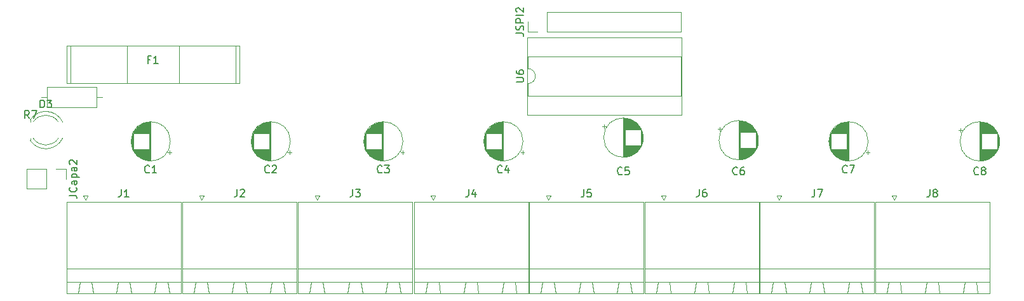
<source format=gto>
%TF.GenerationSoftware,KiCad,Pcbnew,(6.0.7)*%
%TF.CreationDate,2023-01-05T15:51:31-03:00*%
%TF.ProjectId,EMAC2.0_ext_PCB,454d4143-322e-4305-9f65-78745f504342,rev?*%
%TF.SameCoordinates,Original*%
%TF.FileFunction,Legend,Top*%
%TF.FilePolarity,Positive*%
%FSLAX46Y46*%
G04 Gerber Fmt 4.6, Leading zero omitted, Abs format (unit mm)*
G04 Created by KiCad (PCBNEW (6.0.7)) date 2023-01-05 15:51:31*
%MOMM*%
%LPD*%
G01*
G04 APERTURE LIST*
%ADD10C,0.150000*%
%ADD11C,0.120000*%
G04 APERTURE END LIST*
D10*
%TO.C,C1*%
X72583333Y-121107142D02*
X72535714Y-121154761D01*
X72392857Y-121202380D01*
X72297619Y-121202380D01*
X72154761Y-121154761D01*
X72059523Y-121059523D01*
X72011904Y-120964285D01*
X71964285Y-120773809D01*
X71964285Y-120630952D01*
X72011904Y-120440476D01*
X72059523Y-120345238D01*
X72154761Y-120250000D01*
X72297619Y-120202380D01*
X72392857Y-120202380D01*
X72535714Y-120250000D01*
X72583333Y-120297619D01*
X73535714Y-121202380D02*
X72964285Y-121202380D01*
X73250000Y-121202380D02*
X73250000Y-120202380D01*
X73154761Y-120345238D01*
X73059523Y-120440476D01*
X72964285Y-120488095D01*
%TO.C,C2*%
X88583333Y-121107142D02*
X88535714Y-121154761D01*
X88392857Y-121202380D01*
X88297619Y-121202380D01*
X88154761Y-121154761D01*
X88059523Y-121059523D01*
X88011904Y-120964285D01*
X87964285Y-120773809D01*
X87964285Y-120630952D01*
X88011904Y-120440476D01*
X88059523Y-120345238D01*
X88154761Y-120250000D01*
X88297619Y-120202380D01*
X88392857Y-120202380D01*
X88535714Y-120250000D01*
X88583333Y-120297619D01*
X88964285Y-120297619D02*
X89011904Y-120250000D01*
X89107142Y-120202380D01*
X89345238Y-120202380D01*
X89440476Y-120250000D01*
X89488095Y-120297619D01*
X89535714Y-120392857D01*
X89535714Y-120488095D01*
X89488095Y-120630952D01*
X88916666Y-121202380D01*
X89535714Y-121202380D01*
%TO.C,C3*%
X103583333Y-121107142D02*
X103535714Y-121154761D01*
X103392857Y-121202380D01*
X103297619Y-121202380D01*
X103154761Y-121154761D01*
X103059523Y-121059523D01*
X103011904Y-120964285D01*
X102964285Y-120773809D01*
X102964285Y-120630952D01*
X103011904Y-120440476D01*
X103059523Y-120345238D01*
X103154761Y-120250000D01*
X103297619Y-120202380D01*
X103392857Y-120202380D01*
X103535714Y-120250000D01*
X103583333Y-120297619D01*
X103916666Y-120202380D02*
X104535714Y-120202380D01*
X104202380Y-120583333D01*
X104345238Y-120583333D01*
X104440476Y-120630952D01*
X104488095Y-120678571D01*
X104535714Y-120773809D01*
X104535714Y-121011904D01*
X104488095Y-121107142D01*
X104440476Y-121154761D01*
X104345238Y-121202380D01*
X104059523Y-121202380D01*
X103964285Y-121154761D01*
X103916666Y-121107142D01*
%TO.C,C4*%
X119583333Y-121107142D02*
X119535714Y-121154761D01*
X119392857Y-121202380D01*
X119297619Y-121202380D01*
X119154761Y-121154761D01*
X119059523Y-121059523D01*
X119011904Y-120964285D01*
X118964285Y-120773809D01*
X118964285Y-120630952D01*
X119011904Y-120440476D01*
X119059523Y-120345238D01*
X119154761Y-120250000D01*
X119297619Y-120202380D01*
X119392857Y-120202380D01*
X119535714Y-120250000D01*
X119583333Y-120297619D01*
X120440476Y-120535714D02*
X120440476Y-121202380D01*
X120202380Y-120154761D02*
X119964285Y-120869047D01*
X120583333Y-120869047D01*
%TO.C,C5*%
X135583333Y-121357142D02*
X135535714Y-121404761D01*
X135392857Y-121452380D01*
X135297619Y-121452380D01*
X135154761Y-121404761D01*
X135059523Y-121309523D01*
X135011904Y-121214285D01*
X134964285Y-121023809D01*
X134964285Y-120880952D01*
X135011904Y-120690476D01*
X135059523Y-120595238D01*
X135154761Y-120500000D01*
X135297619Y-120452380D01*
X135392857Y-120452380D01*
X135535714Y-120500000D01*
X135583333Y-120547619D01*
X136488095Y-120452380D02*
X136011904Y-120452380D01*
X135964285Y-120928571D01*
X136011904Y-120880952D01*
X136107142Y-120833333D01*
X136345238Y-120833333D01*
X136440476Y-120880952D01*
X136488095Y-120928571D01*
X136535714Y-121023809D01*
X136535714Y-121261904D01*
X136488095Y-121357142D01*
X136440476Y-121404761D01*
X136345238Y-121452380D01*
X136107142Y-121452380D01*
X136011904Y-121404761D01*
X135964285Y-121357142D01*
%TO.C,C6*%
X150943333Y-121357142D02*
X150895714Y-121404761D01*
X150752857Y-121452380D01*
X150657619Y-121452380D01*
X150514761Y-121404761D01*
X150419523Y-121309523D01*
X150371904Y-121214285D01*
X150324285Y-121023809D01*
X150324285Y-120880952D01*
X150371904Y-120690476D01*
X150419523Y-120595238D01*
X150514761Y-120500000D01*
X150657619Y-120452380D01*
X150752857Y-120452380D01*
X150895714Y-120500000D01*
X150943333Y-120547619D01*
X151800476Y-120452380D02*
X151610000Y-120452380D01*
X151514761Y-120500000D01*
X151467142Y-120547619D01*
X151371904Y-120690476D01*
X151324285Y-120880952D01*
X151324285Y-121261904D01*
X151371904Y-121357142D01*
X151419523Y-121404761D01*
X151514761Y-121452380D01*
X151705238Y-121452380D01*
X151800476Y-121404761D01*
X151848095Y-121357142D01*
X151895714Y-121261904D01*
X151895714Y-121023809D01*
X151848095Y-120928571D01*
X151800476Y-120880952D01*
X151705238Y-120833333D01*
X151514761Y-120833333D01*
X151419523Y-120880952D01*
X151371904Y-120928571D01*
X151324285Y-121023809D01*
%TO.C,C7*%
X165583333Y-121107142D02*
X165535714Y-121154761D01*
X165392857Y-121202380D01*
X165297619Y-121202380D01*
X165154761Y-121154761D01*
X165059523Y-121059523D01*
X165011904Y-120964285D01*
X164964285Y-120773809D01*
X164964285Y-120630952D01*
X165011904Y-120440476D01*
X165059523Y-120345238D01*
X165154761Y-120250000D01*
X165297619Y-120202380D01*
X165392857Y-120202380D01*
X165535714Y-120250000D01*
X165583333Y-120297619D01*
X165916666Y-120202380D02*
X166583333Y-120202380D01*
X166154761Y-121202380D01*
%TO.C,C8*%
X183083333Y-121357142D02*
X183035714Y-121404761D01*
X182892857Y-121452380D01*
X182797619Y-121452380D01*
X182654761Y-121404761D01*
X182559523Y-121309523D01*
X182511904Y-121214285D01*
X182464285Y-121023809D01*
X182464285Y-120880952D01*
X182511904Y-120690476D01*
X182559523Y-120595238D01*
X182654761Y-120500000D01*
X182797619Y-120452380D01*
X182892857Y-120452380D01*
X183035714Y-120500000D01*
X183083333Y-120547619D01*
X183654761Y-120880952D02*
X183559523Y-120833333D01*
X183511904Y-120785714D01*
X183464285Y-120690476D01*
X183464285Y-120642857D01*
X183511904Y-120547619D01*
X183559523Y-120500000D01*
X183654761Y-120452380D01*
X183845238Y-120452380D01*
X183940476Y-120500000D01*
X183988095Y-120547619D01*
X184035714Y-120642857D01*
X184035714Y-120690476D01*
X183988095Y-120785714D01*
X183940476Y-120833333D01*
X183845238Y-120880952D01*
X183654761Y-120880952D01*
X183559523Y-120928571D01*
X183511904Y-120976190D01*
X183464285Y-121071428D01*
X183464285Y-121261904D01*
X183511904Y-121357142D01*
X183559523Y-121404761D01*
X183654761Y-121452380D01*
X183845238Y-121452380D01*
X183940476Y-121404761D01*
X183988095Y-121357142D01*
X184035714Y-121261904D01*
X184035714Y-121071428D01*
X183988095Y-120976190D01*
X183940476Y-120928571D01*
X183845238Y-120880952D01*
%TO.C,D3*%
X58031904Y-112492380D02*
X58031904Y-111492380D01*
X58270000Y-111492380D01*
X58412857Y-111540000D01*
X58508095Y-111635238D01*
X58555714Y-111730476D01*
X58603333Y-111920952D01*
X58603333Y-112063809D01*
X58555714Y-112254285D01*
X58508095Y-112349523D01*
X58412857Y-112444761D01*
X58270000Y-112492380D01*
X58031904Y-112492380D01*
X58936666Y-111492380D02*
X59555714Y-111492380D01*
X59222380Y-111873333D01*
X59365238Y-111873333D01*
X59460476Y-111920952D01*
X59508095Y-111968571D01*
X59555714Y-112063809D01*
X59555714Y-112301904D01*
X59508095Y-112397142D01*
X59460476Y-112444761D01*
X59365238Y-112492380D01*
X59079523Y-112492380D01*
X58984285Y-112444761D01*
X58936666Y-112397142D01*
%TO.C,R7*%
X56563333Y-113912380D02*
X56230000Y-113436190D01*
X55991904Y-113912380D02*
X55991904Y-112912380D01*
X56372857Y-112912380D01*
X56468095Y-112960000D01*
X56515714Y-113007619D01*
X56563333Y-113102857D01*
X56563333Y-113245714D01*
X56515714Y-113340952D01*
X56468095Y-113388571D01*
X56372857Y-113436190D01*
X55991904Y-113436190D01*
X56896666Y-112912380D02*
X57563333Y-112912380D01*
X57134761Y-113912380D01*
%TO.C,J1*%
X68832466Y-123400480D02*
X68832466Y-124114766D01*
X68784847Y-124257623D01*
X68689609Y-124352861D01*
X68546752Y-124400480D01*
X68451514Y-124400480D01*
X69832466Y-124400480D02*
X69261038Y-124400480D01*
X69546752Y-124400480D02*
X69546752Y-123400480D01*
X69451514Y-123543338D01*
X69356276Y-123638576D01*
X69261038Y-123686195D01*
%TO.C,J2*%
X84264666Y-123400480D02*
X84264666Y-124114766D01*
X84217047Y-124257623D01*
X84121809Y-124352861D01*
X83978952Y-124400480D01*
X83883714Y-124400480D01*
X84693238Y-123495719D02*
X84740857Y-123448100D01*
X84836095Y-123400480D01*
X85074190Y-123400480D01*
X85169428Y-123448100D01*
X85217047Y-123495719D01*
X85264666Y-123590957D01*
X85264666Y-123686195D01*
X85217047Y-123829052D01*
X84645619Y-124400480D01*
X85264666Y-124400480D01*
%TO.C,J3*%
X99666666Y-123400480D02*
X99666666Y-124114766D01*
X99619047Y-124257623D01*
X99523809Y-124352861D01*
X99380952Y-124400480D01*
X99285714Y-124400480D01*
X100047619Y-123400480D02*
X100666666Y-123400480D01*
X100333333Y-123781433D01*
X100476190Y-123781433D01*
X100571428Y-123829052D01*
X100619047Y-123876671D01*
X100666666Y-123971909D01*
X100666666Y-124210004D01*
X100619047Y-124305242D01*
X100571428Y-124352861D01*
X100476190Y-124400480D01*
X100190476Y-124400480D01*
X100095238Y-124352861D01*
X100047619Y-124305242D01*
%TO.C,J4*%
X115125666Y-123411380D02*
X115125666Y-124125666D01*
X115078047Y-124268523D01*
X114982809Y-124363761D01*
X114839952Y-124411380D01*
X114744714Y-124411380D01*
X116030428Y-123744714D02*
X116030428Y-124411380D01*
X115792333Y-123363761D02*
X115554238Y-124078047D01*
X116173285Y-124078047D01*
%TO.C,J5*%
X130492666Y-123411380D02*
X130492666Y-124125666D01*
X130445047Y-124268523D01*
X130349809Y-124363761D01*
X130206952Y-124411380D01*
X130111714Y-124411380D01*
X131445047Y-123411380D02*
X130968857Y-123411380D01*
X130921238Y-123887571D01*
X130968857Y-123839952D01*
X131064095Y-123792333D01*
X131302190Y-123792333D01*
X131397428Y-123839952D01*
X131445047Y-123887571D01*
X131492666Y-123982809D01*
X131492666Y-124220904D01*
X131445047Y-124316142D01*
X131397428Y-124363761D01*
X131302190Y-124411380D01*
X131064095Y-124411380D01*
X130968857Y-124363761D01*
X130921238Y-124316142D01*
%TO.C,J6*%
X145859666Y-123398380D02*
X145859666Y-124112666D01*
X145812047Y-124255523D01*
X145716809Y-124350761D01*
X145573952Y-124398380D01*
X145478714Y-124398380D01*
X146764428Y-123398380D02*
X146573952Y-123398380D01*
X146478714Y-123446000D01*
X146431095Y-123493619D01*
X146335857Y-123636476D01*
X146288238Y-123826952D01*
X146288238Y-124207904D01*
X146335857Y-124303142D01*
X146383476Y-124350761D01*
X146478714Y-124398380D01*
X146669190Y-124398380D01*
X146764428Y-124350761D01*
X146812047Y-124303142D01*
X146859666Y-124207904D01*
X146859666Y-123969809D01*
X146812047Y-123874571D01*
X146764428Y-123826952D01*
X146669190Y-123779333D01*
X146478714Y-123779333D01*
X146383476Y-123826952D01*
X146335857Y-123874571D01*
X146288238Y-123969809D01*
%TO.C,J7*%
X161226666Y-123411380D02*
X161226666Y-124125666D01*
X161179047Y-124268523D01*
X161083809Y-124363761D01*
X160940952Y-124411380D01*
X160845714Y-124411380D01*
X161607619Y-123411380D02*
X162274285Y-123411380D01*
X161845714Y-124411380D01*
%TO.C,J8*%
X176593666Y-123411380D02*
X176593666Y-124125666D01*
X176546047Y-124268523D01*
X176450809Y-124363761D01*
X176307952Y-124411380D01*
X176212714Y-124411380D01*
X177212714Y-123839952D02*
X177117476Y-123792333D01*
X177069857Y-123744714D01*
X177022238Y-123649476D01*
X177022238Y-123601857D01*
X177069857Y-123506619D01*
X177117476Y-123459000D01*
X177212714Y-123411380D01*
X177403190Y-123411380D01*
X177498428Y-123459000D01*
X177546047Y-123506619D01*
X177593666Y-123601857D01*
X177593666Y-123649476D01*
X177546047Y-123744714D01*
X177498428Y-123792333D01*
X177403190Y-123839952D01*
X177212714Y-123839952D01*
X177117476Y-123887571D01*
X177069857Y-123935190D01*
X177022238Y-124030428D01*
X177022238Y-124220904D01*
X177069857Y-124316142D01*
X177117476Y-124363761D01*
X177212714Y-124411380D01*
X177403190Y-124411380D01*
X177498428Y-124363761D01*
X177546047Y-124316142D01*
X177593666Y-124220904D01*
X177593666Y-124030428D01*
X177546047Y-123935190D01*
X177498428Y-123887571D01*
X177403190Y-123839952D01*
%TO.C,F1*%
X72686666Y-106078571D02*
X72353333Y-106078571D01*
X72353333Y-106602380D02*
X72353333Y-105602380D01*
X72829523Y-105602380D01*
X73734285Y-106602380D02*
X73162857Y-106602380D01*
X73448571Y-106602380D02*
X73448571Y-105602380D01*
X73353333Y-105745238D01*
X73258095Y-105840476D01*
X73162857Y-105888095D01*
%TO.C,JSPI2*%
X121447380Y-102597619D02*
X122161666Y-102597619D01*
X122304523Y-102645238D01*
X122399761Y-102740476D01*
X122447380Y-102883333D01*
X122447380Y-102978571D01*
X122399761Y-102169047D02*
X122447380Y-102026190D01*
X122447380Y-101788095D01*
X122399761Y-101692857D01*
X122352142Y-101645238D01*
X122256904Y-101597619D01*
X122161666Y-101597619D01*
X122066428Y-101645238D01*
X122018809Y-101692857D01*
X121971190Y-101788095D01*
X121923571Y-101978571D01*
X121875952Y-102073809D01*
X121828333Y-102121428D01*
X121733095Y-102169047D01*
X121637857Y-102169047D01*
X121542619Y-102121428D01*
X121495000Y-102073809D01*
X121447380Y-101978571D01*
X121447380Y-101740476D01*
X121495000Y-101597619D01*
X122447380Y-101169047D02*
X121447380Y-101169047D01*
X121447380Y-100788095D01*
X121495000Y-100692857D01*
X121542619Y-100645238D01*
X121637857Y-100597619D01*
X121780714Y-100597619D01*
X121875952Y-100645238D01*
X121923571Y-100692857D01*
X121971190Y-100788095D01*
X121971190Y-101169047D01*
X122447380Y-100169047D02*
X121447380Y-100169047D01*
X121542619Y-99740476D02*
X121495000Y-99692857D01*
X121447380Y-99597619D01*
X121447380Y-99359523D01*
X121495000Y-99264285D01*
X121542619Y-99216666D01*
X121637857Y-99169047D01*
X121733095Y-99169047D01*
X121875952Y-99216666D01*
X122447380Y-99788095D01*
X122447380Y-99169047D01*
%TO.C,JCapa2*%
X61912380Y-124190476D02*
X62626666Y-124190476D01*
X62769523Y-124238095D01*
X62864761Y-124333333D01*
X62912380Y-124476190D01*
X62912380Y-124571428D01*
X62817142Y-123142857D02*
X62864761Y-123190476D01*
X62912380Y-123333333D01*
X62912380Y-123428571D01*
X62864761Y-123571428D01*
X62769523Y-123666666D01*
X62674285Y-123714285D01*
X62483809Y-123761904D01*
X62340952Y-123761904D01*
X62150476Y-123714285D01*
X62055238Y-123666666D01*
X61960000Y-123571428D01*
X61912380Y-123428571D01*
X61912380Y-123333333D01*
X61960000Y-123190476D01*
X62007619Y-123142857D01*
X62912380Y-122285714D02*
X62388571Y-122285714D01*
X62293333Y-122333333D01*
X62245714Y-122428571D01*
X62245714Y-122619047D01*
X62293333Y-122714285D01*
X62864761Y-122285714D02*
X62912380Y-122380952D01*
X62912380Y-122619047D01*
X62864761Y-122714285D01*
X62769523Y-122761904D01*
X62674285Y-122761904D01*
X62579047Y-122714285D01*
X62531428Y-122619047D01*
X62531428Y-122380952D01*
X62483809Y-122285714D01*
X62245714Y-121809523D02*
X63245714Y-121809523D01*
X62293333Y-121809523D02*
X62245714Y-121714285D01*
X62245714Y-121523809D01*
X62293333Y-121428571D01*
X62340952Y-121380952D01*
X62436190Y-121333333D01*
X62721904Y-121333333D01*
X62817142Y-121380952D01*
X62864761Y-121428571D01*
X62912380Y-121523809D01*
X62912380Y-121714285D01*
X62864761Y-121809523D01*
X62912380Y-120476190D02*
X62388571Y-120476190D01*
X62293333Y-120523809D01*
X62245714Y-120619047D01*
X62245714Y-120809523D01*
X62293333Y-120904761D01*
X62864761Y-120476190D02*
X62912380Y-120571428D01*
X62912380Y-120809523D01*
X62864761Y-120904761D01*
X62769523Y-120952380D01*
X62674285Y-120952380D01*
X62579047Y-120904761D01*
X62531428Y-120809523D01*
X62531428Y-120571428D01*
X62483809Y-120476190D01*
X62007619Y-120047619D02*
X61960000Y-120000000D01*
X61912380Y-119904761D01*
X61912380Y-119666666D01*
X61960000Y-119571428D01*
X62007619Y-119523809D01*
X62102857Y-119476190D01*
X62198095Y-119476190D01*
X62340952Y-119523809D01*
X62912380Y-120095238D01*
X62912380Y-119476190D01*
%TO.C,U6*%
X121462380Y-109061904D02*
X122271904Y-109061904D01*
X122367142Y-109014285D01*
X122414761Y-108966666D01*
X122462380Y-108871428D01*
X122462380Y-108680952D01*
X122414761Y-108585714D01*
X122367142Y-108538095D01*
X122271904Y-108490476D01*
X121462380Y-108490476D01*
X121462380Y-107585714D02*
X121462380Y-107776190D01*
X121510000Y-107871428D01*
X121557619Y-107919047D01*
X121700476Y-108014285D01*
X121890952Y-108061904D01*
X122271904Y-108061904D01*
X122367142Y-108014285D01*
X122414761Y-107966666D01*
X122462380Y-107871428D01*
X122462380Y-107680952D01*
X122414761Y-107585714D01*
X122367142Y-107538095D01*
X122271904Y-107490476D01*
X122033809Y-107490476D01*
X121938571Y-107538095D01*
X121890952Y-107585714D01*
X121843333Y-107680952D01*
X121843333Y-107871428D01*
X121890952Y-107966666D01*
X121938571Y-108014285D01*
X122033809Y-108061904D01*
D11*
%TO.C,C1*%
X71549000Y-115960000D02*
X71549000Y-114710000D01*
X71909000Y-115960000D02*
X71909000Y-114558000D01*
X70349000Y-118011000D02*
X70349000Y-115989000D01*
X70629000Y-115960000D02*
X70629000Y-115500000D01*
X71949000Y-115960000D02*
X71949000Y-114545000D01*
X71669000Y-119348000D02*
X71669000Y-118040000D01*
X71469000Y-119247000D02*
X71469000Y-118040000D01*
X71629000Y-119329000D02*
X71629000Y-118040000D01*
X70789000Y-118699000D02*
X70789000Y-118040000D01*
X71149000Y-119035000D02*
X71149000Y-118040000D01*
X71909000Y-119442000D02*
X71909000Y-118040000D01*
X75554775Y-118475000D02*
X75054775Y-118475000D01*
X71829000Y-115960000D02*
X71829000Y-114586000D01*
X71549000Y-119290000D02*
X71549000Y-118040000D01*
X72430000Y-115960000D02*
X72430000Y-114439000D01*
X70869000Y-118785000D02*
X70869000Y-118040000D01*
X71069000Y-118971000D02*
X71069000Y-118040000D01*
X70949000Y-115960000D02*
X70949000Y-115136000D01*
X72110000Y-119501000D02*
X72110000Y-118040000D01*
X71269000Y-115960000D02*
X71269000Y-114878000D01*
X72029000Y-115960000D02*
X72029000Y-114520000D01*
X72029000Y-119480000D02*
X72029000Y-118040000D01*
X70909000Y-115960000D02*
X70909000Y-115174000D01*
X72230000Y-119528000D02*
X72230000Y-118040000D01*
X71429000Y-115960000D02*
X71429000Y-114776000D01*
X72510000Y-115960000D02*
X72510000Y-114431000D01*
X72710000Y-119580000D02*
X72710000Y-114420000D01*
X72390000Y-119556000D02*
X72390000Y-118040000D01*
X70629000Y-118500000D02*
X70629000Y-118040000D01*
X70989000Y-118901000D02*
X70989000Y-118040000D01*
X70869000Y-115960000D02*
X70869000Y-115215000D01*
X71189000Y-119065000D02*
X71189000Y-118040000D01*
X71509000Y-115960000D02*
X71509000Y-114732000D01*
X71709000Y-115960000D02*
X71709000Y-114635000D01*
X72230000Y-115960000D02*
X72230000Y-114472000D01*
X70989000Y-115960000D02*
X70989000Y-115099000D01*
X71189000Y-115960000D02*
X71189000Y-114935000D01*
X71709000Y-119365000D02*
X71709000Y-118040000D01*
X70589000Y-118443000D02*
X70589000Y-118040000D01*
X72270000Y-115960000D02*
X72270000Y-114464000D01*
X70469000Y-118251000D02*
X70469000Y-118040000D01*
X71509000Y-119268000D02*
X71509000Y-118040000D01*
X70429000Y-118178000D02*
X70429000Y-115822000D01*
X72510000Y-119569000D02*
X72510000Y-118040000D01*
X71669000Y-115960000D02*
X71669000Y-114652000D01*
X72470000Y-119565000D02*
X72470000Y-118040000D01*
X71069000Y-115960000D02*
X71069000Y-115029000D01*
X71949000Y-119455000D02*
X71949000Y-118040000D01*
X71149000Y-115960000D02*
X71149000Y-114965000D01*
X71989000Y-119468000D02*
X71989000Y-118040000D01*
X71029000Y-118937000D02*
X71029000Y-118040000D01*
X72550000Y-119573000D02*
X72550000Y-114427000D01*
X70549000Y-118383000D02*
X70549000Y-118040000D01*
X72310000Y-115960000D02*
X72310000Y-114457000D01*
X70229000Y-117677000D02*
X70229000Y-116323000D01*
X72470000Y-115960000D02*
X72470000Y-114435000D01*
X72350000Y-115960000D02*
X72350000Y-114450000D01*
X71749000Y-115960000D02*
X71749000Y-114618000D01*
X71309000Y-119149000D02*
X71309000Y-118040000D01*
X71109000Y-119004000D02*
X71109000Y-118040000D01*
X70589000Y-115960000D02*
X70589000Y-115557000D01*
X72110000Y-115960000D02*
X72110000Y-114499000D01*
X70309000Y-117915000D02*
X70309000Y-116085000D01*
X70509000Y-118319000D02*
X70509000Y-118040000D01*
X71269000Y-119122000D02*
X71269000Y-118040000D01*
X72390000Y-115960000D02*
X72390000Y-114444000D01*
X70709000Y-118605000D02*
X70709000Y-118040000D01*
X72630000Y-119578000D02*
X72630000Y-114422000D01*
X70669000Y-118554000D02*
X70669000Y-118040000D01*
X70829000Y-115960000D02*
X70829000Y-115257000D01*
X70469000Y-115960000D02*
X70469000Y-115749000D01*
X72190000Y-115960000D02*
X72190000Y-114480000D01*
X71829000Y-119414000D02*
X71829000Y-118040000D01*
X71029000Y-115960000D02*
X71029000Y-115063000D01*
X71309000Y-115960000D02*
X71309000Y-114851000D01*
X71389000Y-119200000D02*
X71389000Y-118040000D01*
X70189000Y-117518000D02*
X70189000Y-116482000D01*
X71229000Y-119095000D02*
X71229000Y-118040000D01*
X71469000Y-115960000D02*
X71469000Y-114753000D01*
X72070000Y-115960000D02*
X72070000Y-114509000D01*
X71589000Y-115960000D02*
X71589000Y-114690000D01*
X70789000Y-115960000D02*
X70789000Y-115301000D01*
X70669000Y-115960000D02*
X70669000Y-115446000D01*
X70269000Y-117805000D02*
X70269000Y-116195000D01*
X70509000Y-115960000D02*
X70509000Y-115681000D01*
X70749000Y-118653000D02*
X70749000Y-118040000D01*
X70749000Y-115960000D02*
X70749000Y-115347000D01*
X70829000Y-118743000D02*
X70829000Y-118040000D01*
X72150000Y-119511000D02*
X72150000Y-118040000D01*
X71229000Y-115960000D02*
X71229000Y-114905000D01*
X75304775Y-118725000D02*
X75304775Y-118225000D01*
X70909000Y-118826000D02*
X70909000Y-118040000D01*
X72750000Y-119580000D02*
X72750000Y-114420000D01*
X72310000Y-119543000D02*
X72310000Y-118040000D01*
X71589000Y-119310000D02*
X71589000Y-118040000D01*
X70149000Y-117284000D02*
X70149000Y-116716000D01*
X72670000Y-119579000D02*
X72670000Y-114421000D01*
X71749000Y-119382000D02*
X71749000Y-118040000D01*
X71989000Y-115960000D02*
X71989000Y-114532000D01*
X72070000Y-119491000D02*
X72070000Y-118040000D01*
X72350000Y-119550000D02*
X72350000Y-118040000D01*
X70709000Y-115960000D02*
X70709000Y-115395000D01*
X72270000Y-119536000D02*
X72270000Y-118040000D01*
X71109000Y-115960000D02*
X71109000Y-114996000D01*
X70549000Y-115960000D02*
X70549000Y-115617000D01*
X71429000Y-119224000D02*
X71429000Y-118040000D01*
X71349000Y-119175000D02*
X71349000Y-118040000D01*
X71789000Y-115960000D02*
X71789000Y-114602000D01*
X71869000Y-115960000D02*
X71869000Y-114572000D01*
X71629000Y-115960000D02*
X71629000Y-114671000D01*
X72590000Y-119576000D02*
X72590000Y-114424000D01*
X71869000Y-119428000D02*
X71869000Y-118040000D01*
X72150000Y-115960000D02*
X72150000Y-114489000D01*
X71349000Y-115960000D02*
X71349000Y-114825000D01*
X70949000Y-118864000D02*
X70949000Y-118040000D01*
X72430000Y-119561000D02*
X72430000Y-118040000D01*
X72190000Y-119520000D02*
X72190000Y-118040000D01*
X70389000Y-118098000D02*
X70389000Y-115902000D01*
X71789000Y-119398000D02*
X71789000Y-118040000D01*
X71389000Y-115960000D02*
X71389000Y-114800000D01*
X75370000Y-117000000D02*
G75*
G03*
X75370000Y-117000000I-2620000J0D01*
G01*
%TO.C,C2*%
X87629000Y-119329000D02*
X87629000Y-118040000D01*
X88070000Y-115960000D02*
X88070000Y-114509000D01*
X86549000Y-115960000D02*
X86549000Y-115617000D01*
X88310000Y-115960000D02*
X88310000Y-114457000D01*
X88150000Y-119511000D02*
X88150000Y-118040000D01*
X86829000Y-118743000D02*
X86829000Y-118040000D01*
X86509000Y-118319000D02*
X86509000Y-118040000D01*
X88350000Y-119550000D02*
X88350000Y-118040000D01*
X86309000Y-117915000D02*
X86309000Y-116085000D01*
X88350000Y-115960000D02*
X88350000Y-114450000D01*
X87869000Y-119428000D02*
X87869000Y-118040000D01*
X87469000Y-115960000D02*
X87469000Y-114753000D01*
X88150000Y-115960000D02*
X88150000Y-114489000D01*
X88630000Y-119578000D02*
X88630000Y-114422000D01*
X88029000Y-119480000D02*
X88029000Y-118040000D01*
X87109000Y-119004000D02*
X87109000Y-118040000D01*
X88110000Y-119501000D02*
X88110000Y-118040000D01*
X87269000Y-115960000D02*
X87269000Y-114878000D01*
X88510000Y-115960000D02*
X88510000Y-114431000D01*
X87829000Y-115960000D02*
X87829000Y-114586000D01*
X88270000Y-119536000D02*
X88270000Y-118040000D01*
X88750000Y-119580000D02*
X88750000Y-114420000D01*
X86949000Y-115960000D02*
X86949000Y-115136000D01*
X91304775Y-118725000D02*
X91304775Y-118225000D01*
X86589000Y-118443000D02*
X86589000Y-118040000D01*
X86949000Y-118864000D02*
X86949000Y-118040000D01*
X88470000Y-115960000D02*
X88470000Y-114435000D01*
X87989000Y-115960000D02*
X87989000Y-114532000D01*
X88190000Y-115960000D02*
X88190000Y-114480000D01*
X86229000Y-117677000D02*
X86229000Y-116323000D01*
X86869000Y-118785000D02*
X86869000Y-118040000D01*
X87829000Y-119414000D02*
X87829000Y-118040000D01*
X88230000Y-119528000D02*
X88230000Y-118040000D01*
X87429000Y-119224000D02*
X87429000Y-118040000D01*
X87389000Y-115960000D02*
X87389000Y-114800000D01*
X86789000Y-115960000D02*
X86789000Y-115301000D01*
X87189000Y-115960000D02*
X87189000Y-114935000D01*
X87029000Y-115960000D02*
X87029000Y-115063000D01*
X87069000Y-118971000D02*
X87069000Y-118040000D01*
X86909000Y-115960000D02*
X86909000Y-115174000D01*
X88550000Y-119573000D02*
X88550000Y-114427000D01*
X87189000Y-119065000D02*
X87189000Y-118040000D01*
X86429000Y-118178000D02*
X86429000Y-115822000D01*
X88470000Y-119565000D02*
X88470000Y-118040000D01*
X88390000Y-115960000D02*
X88390000Y-114444000D01*
X91554775Y-118475000D02*
X91054775Y-118475000D01*
X88670000Y-119579000D02*
X88670000Y-114421000D01*
X87309000Y-119149000D02*
X87309000Y-118040000D01*
X88029000Y-115960000D02*
X88029000Y-114520000D01*
X86709000Y-115960000D02*
X86709000Y-115395000D01*
X87629000Y-115960000D02*
X87629000Y-114671000D01*
X87269000Y-119122000D02*
X87269000Y-118040000D01*
X87229000Y-115960000D02*
X87229000Y-114905000D01*
X86469000Y-115960000D02*
X86469000Y-115749000D01*
X88230000Y-115960000D02*
X88230000Y-114472000D01*
X88110000Y-115960000D02*
X88110000Y-114499000D01*
X87389000Y-119200000D02*
X87389000Y-118040000D01*
X87069000Y-115960000D02*
X87069000Y-115029000D01*
X86509000Y-115960000D02*
X86509000Y-115681000D01*
X87109000Y-115960000D02*
X87109000Y-114996000D01*
X86749000Y-118653000D02*
X86749000Y-118040000D01*
X86789000Y-118699000D02*
X86789000Y-118040000D01*
X86149000Y-117284000D02*
X86149000Y-116716000D01*
X86869000Y-115960000D02*
X86869000Y-115215000D01*
X87989000Y-119468000D02*
X87989000Y-118040000D01*
X86989000Y-118901000D02*
X86989000Y-118040000D01*
X86669000Y-118554000D02*
X86669000Y-118040000D01*
X86469000Y-118251000D02*
X86469000Y-118040000D01*
X86189000Y-117518000D02*
X86189000Y-116482000D01*
X87509000Y-119268000D02*
X87509000Y-118040000D01*
X86269000Y-117805000D02*
X86269000Y-116195000D01*
X86989000Y-115960000D02*
X86989000Y-115099000D01*
X87869000Y-115960000D02*
X87869000Y-114572000D01*
X86829000Y-115960000D02*
X86829000Y-115257000D01*
X86389000Y-118098000D02*
X86389000Y-115902000D01*
X87949000Y-115960000D02*
X87949000Y-114545000D01*
X87149000Y-119035000D02*
X87149000Y-118040000D01*
X87589000Y-115960000D02*
X87589000Y-114690000D01*
X87549000Y-119290000D02*
X87549000Y-118040000D01*
X87789000Y-115960000D02*
X87789000Y-114602000D01*
X88270000Y-115960000D02*
X88270000Y-114464000D01*
X86749000Y-115960000D02*
X86749000Y-115347000D01*
X87429000Y-115960000D02*
X87429000Y-114776000D01*
X88710000Y-119580000D02*
X88710000Y-114420000D01*
X87349000Y-119175000D02*
X87349000Y-118040000D01*
X88190000Y-119520000D02*
X88190000Y-118040000D01*
X86589000Y-115960000D02*
X86589000Y-115557000D01*
X87669000Y-119348000D02*
X87669000Y-118040000D01*
X88430000Y-115960000D02*
X88430000Y-114439000D01*
X87149000Y-115960000D02*
X87149000Y-114965000D01*
X87549000Y-115960000D02*
X87549000Y-114710000D01*
X87669000Y-115960000D02*
X87669000Y-114652000D01*
X88590000Y-119576000D02*
X88590000Y-114424000D01*
X86549000Y-118383000D02*
X86549000Y-118040000D01*
X88070000Y-119491000D02*
X88070000Y-118040000D01*
X87589000Y-119310000D02*
X87589000Y-118040000D01*
X87029000Y-118937000D02*
X87029000Y-118040000D01*
X87789000Y-119398000D02*
X87789000Y-118040000D01*
X87909000Y-115960000D02*
X87909000Y-114558000D01*
X86709000Y-118605000D02*
X86709000Y-118040000D01*
X86629000Y-115960000D02*
X86629000Y-115500000D01*
X87229000Y-119095000D02*
X87229000Y-118040000D01*
X87909000Y-119442000D02*
X87909000Y-118040000D01*
X87749000Y-119382000D02*
X87749000Y-118040000D01*
X87509000Y-115960000D02*
X87509000Y-114732000D01*
X87749000Y-115960000D02*
X87749000Y-114618000D01*
X88310000Y-119543000D02*
X88310000Y-118040000D01*
X88390000Y-119556000D02*
X88390000Y-118040000D01*
X87709000Y-119365000D02*
X87709000Y-118040000D01*
X86669000Y-115960000D02*
X86669000Y-115446000D01*
X87949000Y-119455000D02*
X87949000Y-118040000D01*
X86909000Y-118826000D02*
X86909000Y-118040000D01*
X87349000Y-115960000D02*
X87349000Y-114825000D01*
X87709000Y-115960000D02*
X87709000Y-114635000D01*
X86349000Y-118011000D02*
X86349000Y-115989000D01*
X87469000Y-119247000D02*
X87469000Y-118040000D01*
X86629000Y-118500000D02*
X86629000Y-118040000D01*
X87309000Y-115960000D02*
X87309000Y-114851000D01*
X88510000Y-119569000D02*
X88510000Y-118040000D01*
X88430000Y-119561000D02*
X88430000Y-118040000D01*
X91370000Y-117000000D02*
G75*
G03*
X91370000Y-117000000I-2620000J0D01*
G01*
%TO.C,C3*%
X101949000Y-118864000D02*
X101949000Y-118040000D01*
X102669000Y-119348000D02*
X102669000Y-118040000D01*
X101629000Y-118500000D02*
X101629000Y-118040000D01*
X102349000Y-119175000D02*
X102349000Y-118040000D01*
X102989000Y-115960000D02*
X102989000Y-114532000D01*
X101509000Y-118319000D02*
X101509000Y-118040000D01*
X101269000Y-117805000D02*
X101269000Y-116195000D01*
X103510000Y-115960000D02*
X103510000Y-114431000D01*
X102669000Y-115960000D02*
X102669000Y-114652000D01*
X101149000Y-117284000D02*
X101149000Y-116716000D01*
X101909000Y-118826000D02*
X101909000Y-118040000D01*
X103150000Y-115960000D02*
X103150000Y-114489000D01*
X102709000Y-115960000D02*
X102709000Y-114635000D01*
X102229000Y-115960000D02*
X102229000Y-114905000D01*
X102509000Y-115960000D02*
X102509000Y-114732000D01*
X101669000Y-115960000D02*
X101669000Y-115446000D01*
X102749000Y-119382000D02*
X102749000Y-118040000D01*
X102029000Y-115960000D02*
X102029000Y-115063000D01*
X102189000Y-115960000D02*
X102189000Y-114935000D01*
X103110000Y-119501000D02*
X103110000Y-118040000D01*
X101989000Y-115960000D02*
X101989000Y-115099000D01*
X102629000Y-119329000D02*
X102629000Y-118040000D01*
X102309000Y-119149000D02*
X102309000Y-118040000D01*
X101549000Y-118383000D02*
X101549000Y-118040000D01*
X101469000Y-118251000D02*
X101469000Y-118040000D01*
X103230000Y-119528000D02*
X103230000Y-118040000D01*
X103070000Y-115960000D02*
X103070000Y-114509000D01*
X102949000Y-119455000D02*
X102949000Y-118040000D01*
X103029000Y-115960000D02*
X103029000Y-114520000D01*
X103150000Y-119511000D02*
X103150000Y-118040000D01*
X102509000Y-119268000D02*
X102509000Y-118040000D01*
X102469000Y-115960000D02*
X102469000Y-114753000D01*
X102109000Y-115960000D02*
X102109000Y-114996000D01*
X102989000Y-119468000D02*
X102989000Y-118040000D01*
X101909000Y-115960000D02*
X101909000Y-115174000D01*
X101349000Y-118011000D02*
X101349000Y-115989000D01*
X103550000Y-119573000D02*
X103550000Y-114427000D01*
X101429000Y-118178000D02*
X101429000Y-115822000D01*
X101549000Y-115960000D02*
X101549000Y-115617000D01*
X102549000Y-115960000D02*
X102549000Y-114710000D01*
X106304775Y-118725000D02*
X106304775Y-118225000D01*
X103310000Y-115960000D02*
X103310000Y-114457000D01*
X102029000Y-118937000D02*
X102029000Y-118040000D01*
X101589000Y-115960000D02*
X101589000Y-115557000D01*
X101829000Y-115960000D02*
X101829000Y-115257000D01*
X103630000Y-119578000D02*
X103630000Y-114422000D01*
X103430000Y-115960000D02*
X103430000Y-114439000D01*
X103230000Y-115960000D02*
X103230000Y-114472000D01*
X102829000Y-119414000D02*
X102829000Y-118040000D01*
X101469000Y-115960000D02*
X101469000Y-115749000D01*
X103190000Y-115960000D02*
X103190000Y-114480000D01*
X102149000Y-119035000D02*
X102149000Y-118040000D01*
X101829000Y-118743000D02*
X101829000Y-118040000D01*
X103510000Y-119569000D02*
X103510000Y-118040000D01*
X103750000Y-119580000D02*
X103750000Y-114420000D01*
X102429000Y-115960000D02*
X102429000Y-114776000D01*
X102789000Y-115960000D02*
X102789000Y-114602000D01*
X103590000Y-119576000D02*
X103590000Y-114424000D01*
X101749000Y-115960000D02*
X101749000Y-115347000D01*
X103190000Y-119520000D02*
X103190000Y-118040000D01*
X102589000Y-119310000D02*
X102589000Y-118040000D01*
X103350000Y-119550000D02*
X103350000Y-118040000D01*
X101589000Y-118443000D02*
X101589000Y-118040000D01*
X102909000Y-115960000D02*
X102909000Y-114558000D01*
X101709000Y-118605000D02*
X101709000Y-118040000D01*
X103070000Y-119491000D02*
X103070000Y-118040000D01*
X102869000Y-119428000D02*
X102869000Y-118040000D01*
X103390000Y-119556000D02*
X103390000Y-118040000D01*
X106554775Y-118475000D02*
X106054775Y-118475000D01*
X103390000Y-115960000D02*
X103390000Y-114444000D01*
X102349000Y-115960000D02*
X102349000Y-114825000D01*
X101189000Y-117518000D02*
X101189000Y-116482000D01*
X103110000Y-115960000D02*
X103110000Y-114499000D01*
X103470000Y-115960000D02*
X103470000Y-114435000D01*
X102589000Y-115960000D02*
X102589000Y-114690000D01*
X102189000Y-119065000D02*
X102189000Y-118040000D01*
X102629000Y-115960000D02*
X102629000Y-114671000D01*
X101869000Y-115960000D02*
X101869000Y-115215000D01*
X102069000Y-118971000D02*
X102069000Y-118040000D01*
X102949000Y-115960000D02*
X102949000Y-114545000D01*
X101789000Y-118699000D02*
X101789000Y-118040000D01*
X102269000Y-119122000D02*
X102269000Y-118040000D01*
X102389000Y-115960000D02*
X102389000Y-114800000D01*
X102549000Y-119290000D02*
X102549000Y-118040000D01*
X101629000Y-115960000D02*
X101629000Y-115500000D01*
X102469000Y-119247000D02*
X102469000Y-118040000D01*
X102429000Y-119224000D02*
X102429000Y-118040000D01*
X103710000Y-119580000D02*
X103710000Y-114420000D01*
X101229000Y-117677000D02*
X101229000Y-116323000D01*
X102909000Y-119442000D02*
X102909000Y-118040000D01*
X101869000Y-118785000D02*
X101869000Y-118040000D01*
X102829000Y-115960000D02*
X102829000Y-114586000D01*
X101949000Y-115960000D02*
X101949000Y-115136000D01*
X102109000Y-119004000D02*
X102109000Y-118040000D01*
X101389000Y-118098000D02*
X101389000Y-115902000D01*
X103310000Y-119543000D02*
X103310000Y-118040000D01*
X101509000Y-115960000D02*
X101509000Y-115681000D01*
X101709000Y-115960000D02*
X101709000Y-115395000D01*
X102789000Y-119398000D02*
X102789000Y-118040000D01*
X102069000Y-115960000D02*
X102069000Y-115029000D01*
X102309000Y-115960000D02*
X102309000Y-114851000D01*
X102389000Y-119200000D02*
X102389000Y-118040000D01*
X102709000Y-119365000D02*
X102709000Y-118040000D01*
X103470000Y-119565000D02*
X103470000Y-118040000D01*
X102749000Y-115960000D02*
X102749000Y-114618000D01*
X101309000Y-117915000D02*
X101309000Y-116085000D01*
X103430000Y-119561000D02*
X103430000Y-118040000D01*
X103350000Y-115960000D02*
X103350000Y-114450000D01*
X103270000Y-119536000D02*
X103270000Y-118040000D01*
X101749000Y-118653000D02*
X101749000Y-118040000D01*
X101989000Y-118901000D02*
X101989000Y-118040000D01*
X103670000Y-119579000D02*
X103670000Y-114421000D01*
X102149000Y-115960000D02*
X102149000Y-114965000D01*
X102229000Y-119095000D02*
X102229000Y-118040000D01*
X103029000Y-119480000D02*
X103029000Y-118040000D01*
X102269000Y-115960000D02*
X102269000Y-114878000D01*
X101669000Y-118554000D02*
X101669000Y-118040000D01*
X102869000Y-115960000D02*
X102869000Y-114572000D01*
X103270000Y-115960000D02*
X103270000Y-114464000D01*
X101789000Y-115960000D02*
X101789000Y-115301000D01*
X106370000Y-117000000D02*
G75*
G03*
X106370000Y-117000000I-2620000J0D01*
G01*
%TO.C,C4*%
X119590000Y-119576000D02*
X119590000Y-114424000D01*
X118629000Y-119329000D02*
X118629000Y-118040000D01*
X118469000Y-119247000D02*
X118469000Y-118040000D01*
X118549000Y-119290000D02*
X118549000Y-118040000D01*
X119470000Y-115960000D02*
X119470000Y-114435000D01*
X117989000Y-115960000D02*
X117989000Y-115099000D01*
X118949000Y-115960000D02*
X118949000Y-114545000D01*
X118109000Y-115960000D02*
X118109000Y-114996000D01*
X119350000Y-115960000D02*
X119350000Y-114450000D01*
X117789000Y-118699000D02*
X117789000Y-118040000D01*
X117829000Y-115960000D02*
X117829000Y-115257000D01*
X119310000Y-119543000D02*
X119310000Y-118040000D01*
X117749000Y-115960000D02*
X117749000Y-115347000D01*
X117589000Y-115960000D02*
X117589000Y-115557000D01*
X119550000Y-119573000D02*
X119550000Y-114427000D01*
X119230000Y-119528000D02*
X119230000Y-118040000D01*
X118229000Y-119095000D02*
X118229000Y-118040000D01*
X118429000Y-119224000D02*
X118429000Y-118040000D01*
X117589000Y-118443000D02*
X117589000Y-118040000D01*
X118749000Y-115960000D02*
X118749000Y-114618000D01*
X118389000Y-115960000D02*
X118389000Y-114800000D01*
X118989000Y-115960000D02*
X118989000Y-114532000D01*
X119270000Y-115960000D02*
X119270000Y-114464000D01*
X117629000Y-118500000D02*
X117629000Y-118040000D01*
X118709000Y-115960000D02*
X118709000Y-114635000D01*
X118309000Y-115960000D02*
X118309000Y-114851000D01*
X118589000Y-115960000D02*
X118589000Y-114690000D01*
X119510000Y-115960000D02*
X119510000Y-114431000D01*
X118629000Y-115960000D02*
X118629000Y-114671000D01*
X118789000Y-115960000D02*
X118789000Y-114602000D01*
X118989000Y-119468000D02*
X118989000Y-118040000D01*
X119510000Y-119569000D02*
X119510000Y-118040000D01*
X122554775Y-118475000D02*
X122054775Y-118475000D01*
X119150000Y-119511000D02*
X119150000Y-118040000D01*
X119630000Y-119578000D02*
X119630000Y-114422000D01*
X117349000Y-118011000D02*
X117349000Y-115989000D01*
X122304775Y-118725000D02*
X122304775Y-118225000D01*
X117909000Y-118826000D02*
X117909000Y-118040000D01*
X118909000Y-115960000D02*
X118909000Y-114558000D01*
X118349000Y-115960000D02*
X118349000Y-114825000D01*
X117789000Y-115960000D02*
X117789000Y-115301000D01*
X117229000Y-117677000D02*
X117229000Y-116323000D01*
X118389000Y-119200000D02*
X118389000Y-118040000D01*
X118109000Y-119004000D02*
X118109000Y-118040000D01*
X118429000Y-115960000D02*
X118429000Y-114776000D01*
X119350000Y-119550000D02*
X119350000Y-118040000D01*
X118469000Y-115960000D02*
X118469000Y-114753000D01*
X118269000Y-119122000D02*
X118269000Y-118040000D01*
X119110000Y-119501000D02*
X119110000Y-118040000D01*
X117429000Y-118178000D02*
X117429000Y-115822000D01*
X117469000Y-115960000D02*
X117469000Y-115749000D01*
X118069000Y-118971000D02*
X118069000Y-118040000D01*
X117309000Y-117915000D02*
X117309000Y-116085000D01*
X117669000Y-115960000D02*
X117669000Y-115446000D01*
X117869000Y-118785000D02*
X117869000Y-118040000D01*
X119270000Y-119536000D02*
X119270000Y-118040000D01*
X118829000Y-119414000D02*
X118829000Y-118040000D01*
X118949000Y-119455000D02*
X118949000Y-118040000D01*
X119029000Y-119480000D02*
X119029000Y-118040000D01*
X119430000Y-119561000D02*
X119430000Y-118040000D01*
X119150000Y-115960000D02*
X119150000Y-114489000D01*
X118149000Y-119035000D02*
X118149000Y-118040000D01*
X118829000Y-115960000D02*
X118829000Y-114586000D01*
X118189000Y-119065000D02*
X118189000Y-118040000D01*
X118869000Y-115960000D02*
X118869000Y-114572000D01*
X118789000Y-119398000D02*
X118789000Y-118040000D01*
X119390000Y-115960000D02*
X119390000Y-114444000D01*
X117469000Y-118251000D02*
X117469000Y-118040000D01*
X117949000Y-118864000D02*
X117949000Y-118040000D01*
X118589000Y-119310000D02*
X118589000Y-118040000D01*
X119190000Y-115960000D02*
X119190000Y-114480000D01*
X119750000Y-119580000D02*
X119750000Y-114420000D01*
X117549000Y-115960000D02*
X117549000Y-115617000D01*
X117629000Y-115960000D02*
X117629000Y-115500000D01*
X117509000Y-115960000D02*
X117509000Y-115681000D01*
X119430000Y-115960000D02*
X119430000Y-114439000D01*
X117509000Y-118319000D02*
X117509000Y-118040000D01*
X118029000Y-115960000D02*
X118029000Y-115063000D01*
X118709000Y-119365000D02*
X118709000Y-118040000D01*
X117749000Y-118653000D02*
X117749000Y-118040000D01*
X117989000Y-118901000D02*
X117989000Y-118040000D01*
X118229000Y-115960000D02*
X118229000Y-114905000D01*
X118509000Y-119268000D02*
X118509000Y-118040000D01*
X117709000Y-118605000D02*
X117709000Y-118040000D01*
X117189000Y-117518000D02*
X117189000Y-116482000D01*
X117869000Y-115960000D02*
X117869000Y-115215000D01*
X118069000Y-115960000D02*
X118069000Y-115029000D01*
X119230000Y-115960000D02*
X119230000Y-114472000D01*
X118309000Y-119149000D02*
X118309000Y-118040000D01*
X118869000Y-119428000D02*
X118869000Y-118040000D01*
X119470000Y-119565000D02*
X119470000Y-118040000D01*
X118349000Y-119175000D02*
X118349000Y-118040000D01*
X119670000Y-119579000D02*
X119670000Y-114421000D01*
X117709000Y-115960000D02*
X117709000Y-115395000D01*
X119310000Y-115960000D02*
X119310000Y-114457000D01*
X119110000Y-115960000D02*
X119110000Y-114499000D01*
X118749000Y-119382000D02*
X118749000Y-118040000D01*
X119070000Y-115960000D02*
X119070000Y-114509000D01*
X117389000Y-118098000D02*
X117389000Y-115902000D01*
X117829000Y-118743000D02*
X117829000Y-118040000D01*
X117549000Y-118383000D02*
X117549000Y-118040000D01*
X118669000Y-119348000D02*
X118669000Y-118040000D01*
X119710000Y-119580000D02*
X119710000Y-114420000D01*
X118909000Y-119442000D02*
X118909000Y-118040000D01*
X117909000Y-115960000D02*
X117909000Y-115174000D01*
X117149000Y-117284000D02*
X117149000Y-116716000D01*
X118189000Y-115960000D02*
X118189000Y-114935000D01*
X118269000Y-115960000D02*
X118269000Y-114878000D01*
X118549000Y-115960000D02*
X118549000Y-114710000D01*
X117269000Y-117805000D02*
X117269000Y-116195000D01*
X119070000Y-119491000D02*
X119070000Y-118040000D01*
X118029000Y-118937000D02*
X118029000Y-118040000D01*
X118509000Y-115960000D02*
X118509000Y-114732000D01*
X117949000Y-115960000D02*
X117949000Y-115136000D01*
X118149000Y-115960000D02*
X118149000Y-114965000D01*
X119190000Y-119520000D02*
X119190000Y-118040000D01*
X119029000Y-115960000D02*
X119029000Y-114520000D01*
X117669000Y-118554000D02*
X117669000Y-118040000D01*
X119390000Y-119556000D02*
X119390000Y-118040000D01*
X118669000Y-115960000D02*
X118669000Y-114652000D01*
X122370000Y-117000000D02*
G75*
G03*
X122370000Y-117000000I-2620000J0D01*
G01*
%TO.C,C5*%
X136831000Y-117540000D02*
X136831000Y-118848000D01*
X138031000Y-115249000D02*
X138031000Y-115460000D01*
X136551000Y-117540000D02*
X136551000Y-118955000D01*
X136871000Y-117540000D02*
X136871000Y-118829000D01*
X132945225Y-115025000D02*
X133445225Y-115025000D01*
X137191000Y-117540000D02*
X137191000Y-118649000D01*
X137391000Y-117540000D02*
X137391000Y-118504000D01*
X137831000Y-117540000D02*
X137831000Y-118054000D01*
X137591000Y-117540000D02*
X137591000Y-118326000D01*
X136951000Y-114210000D02*
X136951000Y-115460000D01*
X137111000Y-117540000D02*
X137111000Y-118700000D01*
X135950000Y-113927000D02*
X135950000Y-119073000D01*
X135750000Y-113920000D02*
X135750000Y-119080000D01*
X136991000Y-114232000D02*
X136991000Y-115460000D01*
X136390000Y-117540000D02*
X136390000Y-119001000D01*
X137991000Y-117540000D02*
X137991000Y-117819000D01*
X137391000Y-114496000D02*
X137391000Y-115460000D01*
X137631000Y-114715000D02*
X137631000Y-115460000D01*
X137551000Y-117540000D02*
X137551000Y-118364000D01*
X136471000Y-117540000D02*
X136471000Y-118980000D01*
X137471000Y-114563000D02*
X137471000Y-115460000D01*
X138111000Y-115402000D02*
X138111000Y-117598000D01*
X136711000Y-114102000D02*
X136711000Y-115460000D01*
X136871000Y-114171000D02*
X136871000Y-115460000D01*
X136591000Y-117540000D02*
X136591000Y-118942000D01*
X135830000Y-113921000D02*
X135830000Y-119079000D01*
X136511000Y-114032000D02*
X136511000Y-115460000D01*
X138311000Y-115982000D02*
X138311000Y-117018000D01*
X136671000Y-114086000D02*
X136671000Y-115460000D01*
X137711000Y-114801000D02*
X137711000Y-115460000D01*
X137791000Y-117540000D02*
X137791000Y-118105000D01*
X136070000Y-117540000D02*
X136070000Y-119061000D01*
X136751000Y-114118000D02*
X136751000Y-115460000D01*
X137511000Y-114599000D02*
X137511000Y-115460000D01*
X137311000Y-114435000D02*
X137311000Y-115460000D01*
X138071000Y-115322000D02*
X138071000Y-117678000D01*
X138031000Y-117540000D02*
X138031000Y-117751000D01*
X137431000Y-114529000D02*
X137431000Y-115460000D01*
X136110000Y-113944000D02*
X136110000Y-115460000D01*
X138271000Y-115823000D02*
X138271000Y-117177000D01*
X136230000Y-113964000D02*
X136230000Y-115460000D01*
X137791000Y-114895000D02*
X137791000Y-115460000D01*
X136991000Y-117540000D02*
X136991000Y-118768000D01*
X136831000Y-114152000D02*
X136831000Y-115460000D01*
X137031000Y-117540000D02*
X137031000Y-118747000D01*
X136911000Y-114190000D02*
X136911000Y-115460000D01*
X137591000Y-114674000D02*
X137591000Y-115460000D01*
X135910000Y-113924000D02*
X135910000Y-119076000D01*
X137911000Y-115057000D02*
X137911000Y-115460000D01*
X137351000Y-117540000D02*
X137351000Y-118535000D01*
X137911000Y-117540000D02*
X137911000Y-117943000D01*
X136671000Y-117540000D02*
X136671000Y-118914000D01*
X137671000Y-117540000D02*
X137671000Y-118243000D01*
X136070000Y-113939000D02*
X136070000Y-115460000D01*
X137991000Y-115181000D02*
X137991000Y-115460000D01*
X136791000Y-114135000D02*
X136791000Y-115460000D01*
X137751000Y-114847000D02*
X137751000Y-115460000D01*
X138191000Y-115585000D02*
X138191000Y-117415000D01*
X136791000Y-117540000D02*
X136791000Y-118865000D01*
X136430000Y-114009000D02*
X136430000Y-115460000D01*
X137711000Y-117540000D02*
X137711000Y-118199000D01*
X136270000Y-117540000D02*
X136270000Y-119028000D01*
X137471000Y-117540000D02*
X137471000Y-118437000D01*
X137871000Y-117540000D02*
X137871000Y-118000000D01*
X138231000Y-115695000D02*
X138231000Y-117305000D01*
X136190000Y-113957000D02*
X136190000Y-115460000D01*
X135990000Y-113931000D02*
X135990000Y-115460000D01*
X136390000Y-113999000D02*
X136390000Y-115460000D01*
X136631000Y-114072000D02*
X136631000Y-115460000D01*
X136310000Y-113980000D02*
X136310000Y-115460000D01*
X137031000Y-114253000D02*
X137031000Y-115460000D01*
X137271000Y-114405000D02*
X137271000Y-115460000D01*
X136751000Y-117540000D02*
X136751000Y-118882000D01*
X136711000Y-117540000D02*
X136711000Y-118898000D01*
X136551000Y-114045000D02*
X136551000Y-115460000D01*
X137871000Y-115000000D02*
X137871000Y-115460000D01*
X133195225Y-114775000D02*
X133195225Y-115275000D01*
X137071000Y-114276000D02*
X137071000Y-115460000D01*
X137231000Y-114378000D02*
X137231000Y-115460000D01*
X137671000Y-114757000D02*
X137671000Y-115460000D01*
X135870000Y-113922000D02*
X135870000Y-119078000D01*
X136030000Y-113935000D02*
X136030000Y-115460000D01*
X137831000Y-114946000D02*
X137831000Y-115460000D01*
X137151000Y-114325000D02*
X137151000Y-115460000D01*
X136270000Y-113972000D02*
X136270000Y-115460000D01*
X136350000Y-113989000D02*
X136350000Y-115460000D01*
X137631000Y-117540000D02*
X137631000Y-118285000D01*
X138351000Y-116216000D02*
X138351000Y-116784000D01*
X136591000Y-114058000D02*
X136591000Y-115460000D01*
X137111000Y-114300000D02*
X137111000Y-115460000D01*
X137151000Y-117540000D02*
X137151000Y-118675000D01*
X135790000Y-113920000D02*
X135790000Y-119080000D01*
X136110000Y-117540000D02*
X136110000Y-119056000D01*
X137351000Y-114465000D02*
X137351000Y-115460000D01*
X136631000Y-117540000D02*
X136631000Y-118928000D01*
X137951000Y-115117000D02*
X137951000Y-115460000D01*
X136511000Y-117540000D02*
X136511000Y-118968000D01*
X136190000Y-117540000D02*
X136190000Y-119043000D01*
X137231000Y-117540000D02*
X137231000Y-118622000D01*
X137551000Y-114636000D02*
X137551000Y-115460000D01*
X136911000Y-117540000D02*
X136911000Y-118810000D01*
X137511000Y-117540000D02*
X137511000Y-118401000D01*
X137431000Y-117540000D02*
X137431000Y-118471000D01*
X137951000Y-117540000D02*
X137951000Y-117883000D01*
X137191000Y-114351000D02*
X137191000Y-115460000D01*
X136030000Y-117540000D02*
X136030000Y-119065000D01*
X136150000Y-113950000D02*
X136150000Y-115460000D01*
X136150000Y-117540000D02*
X136150000Y-119050000D01*
X136310000Y-117540000D02*
X136310000Y-119020000D01*
X136471000Y-114020000D02*
X136471000Y-115460000D01*
X137271000Y-117540000D02*
X137271000Y-118595000D01*
X136951000Y-117540000D02*
X136951000Y-118790000D01*
X138151000Y-115489000D02*
X138151000Y-117511000D01*
X137751000Y-117540000D02*
X137751000Y-118153000D01*
X136230000Y-117540000D02*
X136230000Y-119036000D01*
X137311000Y-117540000D02*
X137311000Y-118565000D01*
X136350000Y-117540000D02*
X136350000Y-119011000D01*
X136430000Y-117540000D02*
X136430000Y-118991000D01*
X137071000Y-117540000D02*
X137071000Y-118724000D01*
X135990000Y-117540000D02*
X135990000Y-119069000D01*
X138370000Y-116500000D02*
G75*
G03*
X138370000Y-116500000I-2620000J0D01*
G01*
%TO.C,C6*%
X151510000Y-114290000D02*
X151510000Y-115800000D01*
X152071000Y-117880000D02*
X152071000Y-119238000D01*
X152751000Y-114836000D02*
X152751000Y-115800000D01*
X153511000Y-115829000D02*
X153511000Y-117851000D01*
X152631000Y-114745000D02*
X152631000Y-115800000D01*
X151550000Y-114297000D02*
X151550000Y-115800000D01*
X152711000Y-114805000D02*
X152711000Y-115800000D01*
X152471000Y-114640000D02*
X152471000Y-115800000D01*
X152191000Y-117880000D02*
X152191000Y-119188000D01*
X153231000Y-115340000D02*
X153231000Y-115800000D01*
X151110000Y-114260000D02*
X151110000Y-119420000D01*
X151630000Y-117880000D02*
X151630000Y-119368000D01*
X153111000Y-115187000D02*
X153111000Y-115800000D01*
X151230000Y-114262000D02*
X151230000Y-119418000D01*
X152591000Y-117880000D02*
X152591000Y-118962000D01*
X151430000Y-117880000D02*
X151430000Y-119401000D01*
X151951000Y-117880000D02*
X151951000Y-119282000D01*
X151710000Y-117880000D02*
X151710000Y-119351000D01*
X152431000Y-114616000D02*
X152431000Y-115800000D01*
X152391000Y-117880000D02*
X152391000Y-119087000D01*
X153191000Y-117880000D02*
X153191000Y-118394000D01*
X153351000Y-117880000D02*
X153351000Y-118159000D01*
X152511000Y-117880000D02*
X152511000Y-119015000D01*
X151750000Y-117880000D02*
X151750000Y-119341000D01*
X148555225Y-115115000D02*
X148555225Y-115615000D01*
X151750000Y-114339000D02*
X151750000Y-115800000D01*
X152231000Y-117880000D02*
X152231000Y-119169000D01*
X152071000Y-114442000D02*
X152071000Y-115800000D01*
X151470000Y-117880000D02*
X151470000Y-119396000D01*
X148305225Y-115365000D02*
X148805225Y-115365000D01*
X153591000Y-116035000D02*
X153591000Y-117645000D01*
X152911000Y-117880000D02*
X152911000Y-118704000D01*
X152111000Y-117880000D02*
X152111000Y-119222000D01*
X151390000Y-114275000D02*
X151390000Y-115800000D01*
X152431000Y-117880000D02*
X152431000Y-119064000D01*
X152031000Y-114426000D02*
X152031000Y-115800000D01*
X152831000Y-117880000D02*
X152831000Y-118777000D01*
X153031000Y-115097000D02*
X153031000Y-115800000D01*
X153071000Y-117880000D02*
X153071000Y-118539000D01*
X153551000Y-115925000D02*
X153551000Y-117755000D01*
X152631000Y-117880000D02*
X152631000Y-118935000D01*
X152311000Y-117880000D02*
X152311000Y-119130000D01*
X151991000Y-114412000D02*
X151991000Y-115800000D01*
X152111000Y-114458000D02*
X152111000Y-115800000D01*
X153271000Y-115397000D02*
X153271000Y-115800000D01*
X152831000Y-114903000D02*
X152831000Y-115800000D01*
X151670000Y-114320000D02*
X151670000Y-115800000D01*
X152671000Y-114775000D02*
X152671000Y-115800000D01*
X151350000Y-114271000D02*
X151350000Y-115800000D01*
X153271000Y-117880000D02*
X153271000Y-118283000D01*
X151991000Y-117880000D02*
X151991000Y-119268000D01*
X152471000Y-117880000D02*
X152471000Y-119040000D01*
X151350000Y-117880000D02*
X151350000Y-119409000D01*
X152791000Y-117880000D02*
X152791000Y-118811000D01*
X152191000Y-114492000D02*
X152191000Y-115800000D01*
X153431000Y-115662000D02*
X153431000Y-118018000D01*
X152751000Y-117880000D02*
X152751000Y-118844000D01*
X153111000Y-117880000D02*
X153111000Y-118493000D01*
X151630000Y-114312000D02*
X151630000Y-115800000D01*
X152871000Y-117880000D02*
X152871000Y-118741000D01*
X153391000Y-115589000D02*
X153391000Y-115800000D01*
X152391000Y-114593000D02*
X152391000Y-115800000D01*
X153151000Y-115235000D02*
X153151000Y-115800000D01*
X152591000Y-114718000D02*
X152591000Y-115800000D01*
X151871000Y-114372000D02*
X151871000Y-115800000D01*
X153311000Y-117880000D02*
X153311000Y-118223000D01*
X151390000Y-117880000D02*
X151390000Y-119405000D01*
X153231000Y-117880000D02*
X153231000Y-118340000D01*
X152551000Y-117880000D02*
X152551000Y-118989000D01*
X153671000Y-116322000D02*
X153671000Y-117358000D01*
X151150000Y-114260000D02*
X151150000Y-119420000D01*
X153351000Y-115521000D02*
X153351000Y-115800000D01*
X152991000Y-117880000D02*
X152991000Y-118625000D01*
X152951000Y-117880000D02*
X152951000Y-118666000D01*
X152991000Y-115055000D02*
X152991000Y-115800000D01*
X152551000Y-114691000D02*
X152551000Y-115800000D01*
X151790000Y-117880000D02*
X151790000Y-119331000D01*
X153191000Y-115286000D02*
X153191000Y-115800000D01*
X152271000Y-117880000D02*
X152271000Y-119150000D01*
X151190000Y-114261000D02*
X151190000Y-119419000D01*
X151831000Y-114360000D02*
X151831000Y-115800000D01*
X151831000Y-117880000D02*
X151831000Y-119320000D01*
X152511000Y-114665000D02*
X152511000Y-115800000D01*
X152351000Y-114572000D02*
X152351000Y-115800000D01*
X151590000Y-114304000D02*
X151590000Y-115800000D01*
X151470000Y-114284000D02*
X151470000Y-115800000D01*
X153071000Y-115141000D02*
X153071000Y-115800000D01*
X153391000Y-117880000D02*
X153391000Y-118091000D01*
X153151000Y-117880000D02*
X153151000Y-118445000D01*
X152951000Y-115014000D02*
X152951000Y-115800000D01*
X152231000Y-114511000D02*
X152231000Y-115800000D01*
X151430000Y-114279000D02*
X151430000Y-115800000D01*
X152151000Y-117880000D02*
X152151000Y-119205000D01*
X152791000Y-114869000D02*
X152791000Y-115800000D01*
X152151000Y-114475000D02*
X152151000Y-115800000D01*
X153711000Y-116556000D02*
X153711000Y-117124000D01*
X151911000Y-114385000D02*
X151911000Y-115800000D01*
X151670000Y-117880000D02*
X151670000Y-119360000D01*
X153471000Y-115742000D02*
X153471000Y-117938000D01*
X152871000Y-114939000D02*
X152871000Y-115800000D01*
X152671000Y-117880000D02*
X152671000Y-118905000D01*
X151310000Y-114267000D02*
X151310000Y-119413000D01*
X153311000Y-115457000D02*
X153311000Y-115800000D01*
X151710000Y-114329000D02*
X151710000Y-115800000D01*
X152271000Y-114530000D02*
X152271000Y-115800000D01*
X151951000Y-114398000D02*
X151951000Y-115800000D01*
X152711000Y-117880000D02*
X152711000Y-118875000D01*
X153631000Y-116163000D02*
X153631000Y-117517000D01*
X152031000Y-117880000D02*
X152031000Y-119254000D01*
X151510000Y-117880000D02*
X151510000Y-119390000D01*
X151911000Y-117880000D02*
X151911000Y-119295000D01*
X151790000Y-114349000D02*
X151790000Y-115800000D01*
X151270000Y-114264000D02*
X151270000Y-119416000D01*
X152351000Y-117880000D02*
X152351000Y-119108000D01*
X153031000Y-117880000D02*
X153031000Y-118583000D01*
X151590000Y-117880000D02*
X151590000Y-119376000D01*
X151550000Y-117880000D02*
X151550000Y-119383000D01*
X152911000Y-114976000D02*
X152911000Y-115800000D01*
X152311000Y-114550000D02*
X152311000Y-115800000D01*
X151871000Y-117880000D02*
X151871000Y-119308000D01*
X153730000Y-116840000D02*
G75*
G03*
X153730000Y-116840000I-2620000J0D01*
G01*
%TO.C,C7*%
X164869000Y-115960000D02*
X164869000Y-114572000D01*
X164629000Y-119329000D02*
X164629000Y-118040000D01*
X165390000Y-115960000D02*
X165390000Y-114444000D01*
X163589000Y-115960000D02*
X163589000Y-115557000D01*
X163829000Y-118743000D02*
X163829000Y-118040000D01*
X164709000Y-119365000D02*
X164709000Y-118040000D01*
X165190000Y-115960000D02*
X165190000Y-114480000D01*
X164669000Y-119348000D02*
X164669000Y-118040000D01*
X163909000Y-115960000D02*
X163909000Y-115174000D01*
X165590000Y-119576000D02*
X165590000Y-114424000D01*
X164709000Y-115960000D02*
X164709000Y-114635000D01*
X165029000Y-119480000D02*
X165029000Y-118040000D01*
X165310000Y-119543000D02*
X165310000Y-118040000D01*
X163869000Y-118785000D02*
X163869000Y-118040000D01*
X163469000Y-118251000D02*
X163469000Y-118040000D01*
X164309000Y-115960000D02*
X164309000Y-114851000D01*
X164829000Y-119414000D02*
X164829000Y-118040000D01*
X165230000Y-119528000D02*
X165230000Y-118040000D01*
X164749000Y-119382000D02*
X164749000Y-118040000D01*
X165070000Y-119491000D02*
X165070000Y-118040000D01*
X164549000Y-119290000D02*
X164549000Y-118040000D01*
X165390000Y-119556000D02*
X165390000Y-118040000D01*
X164309000Y-119149000D02*
X164309000Y-118040000D01*
X163589000Y-118443000D02*
X163589000Y-118040000D01*
X163869000Y-115960000D02*
X163869000Y-115215000D01*
X163509000Y-115960000D02*
X163509000Y-115681000D01*
X163549000Y-115960000D02*
X163549000Y-115617000D01*
X163349000Y-118011000D02*
X163349000Y-115989000D01*
X164029000Y-118937000D02*
X164029000Y-118040000D01*
X164149000Y-115960000D02*
X164149000Y-114965000D01*
X165750000Y-119580000D02*
X165750000Y-114420000D01*
X165350000Y-119550000D02*
X165350000Y-118040000D01*
X164109000Y-119004000D02*
X164109000Y-118040000D01*
X163789000Y-115960000D02*
X163789000Y-115301000D01*
X164229000Y-115960000D02*
X164229000Y-114905000D01*
X163989000Y-118901000D02*
X163989000Y-118040000D01*
X165430000Y-115960000D02*
X165430000Y-114439000D01*
X164749000Y-115960000D02*
X164749000Y-114618000D01*
X164189000Y-119065000D02*
X164189000Y-118040000D01*
X163629000Y-115960000D02*
X163629000Y-115500000D01*
X165070000Y-115960000D02*
X165070000Y-114509000D01*
X164589000Y-119310000D02*
X164589000Y-118040000D01*
X163429000Y-118178000D02*
X163429000Y-115822000D01*
X164669000Y-115960000D02*
X164669000Y-114652000D01*
X165270000Y-119536000D02*
X165270000Y-118040000D01*
X165190000Y-119520000D02*
X165190000Y-118040000D01*
X164149000Y-119035000D02*
X164149000Y-118040000D01*
X165150000Y-119511000D02*
X165150000Y-118040000D01*
X165710000Y-119580000D02*
X165710000Y-114420000D01*
X163909000Y-118826000D02*
X163909000Y-118040000D01*
X165310000Y-115960000D02*
X165310000Y-114457000D01*
X164509000Y-115960000D02*
X164509000Y-114732000D01*
X164269000Y-115960000D02*
X164269000Y-114878000D01*
X164949000Y-119455000D02*
X164949000Y-118040000D01*
X168304775Y-118725000D02*
X168304775Y-118225000D01*
X163949000Y-118864000D02*
X163949000Y-118040000D01*
X163469000Y-115960000D02*
X163469000Y-115749000D01*
X163229000Y-117677000D02*
X163229000Y-116323000D01*
X165510000Y-119569000D02*
X165510000Y-118040000D01*
X165670000Y-119579000D02*
X165670000Y-114421000D01*
X165510000Y-115960000D02*
X165510000Y-114431000D01*
X163669000Y-118554000D02*
X163669000Y-118040000D01*
X168554775Y-118475000D02*
X168054775Y-118475000D01*
X164469000Y-119247000D02*
X164469000Y-118040000D01*
X163749000Y-118653000D02*
X163749000Y-118040000D01*
X164349000Y-119175000D02*
X164349000Y-118040000D01*
X164389000Y-119200000D02*
X164389000Y-118040000D01*
X165230000Y-115960000D02*
X165230000Y-114472000D01*
X164869000Y-119428000D02*
X164869000Y-118040000D01*
X163509000Y-118319000D02*
X163509000Y-118040000D01*
X163749000Y-115960000D02*
X163749000Y-115347000D01*
X164389000Y-115960000D02*
X164389000Y-114800000D01*
X164789000Y-115960000D02*
X164789000Y-114602000D01*
X165630000Y-119578000D02*
X165630000Y-114422000D01*
X164269000Y-119122000D02*
X164269000Y-118040000D01*
X163309000Y-117915000D02*
X163309000Y-116085000D01*
X165150000Y-115960000D02*
X165150000Y-114489000D01*
X164509000Y-119268000D02*
X164509000Y-118040000D01*
X164989000Y-119468000D02*
X164989000Y-118040000D01*
X163149000Y-117284000D02*
X163149000Y-116716000D01*
X164469000Y-115960000D02*
X164469000Y-114753000D01*
X163989000Y-115960000D02*
X163989000Y-115099000D01*
X165550000Y-119573000D02*
X165550000Y-114427000D01*
X164069000Y-118971000D02*
X164069000Y-118040000D01*
X163709000Y-118605000D02*
X163709000Y-118040000D01*
X163269000Y-117805000D02*
X163269000Y-116195000D01*
X164909000Y-115960000D02*
X164909000Y-114558000D01*
X164549000Y-115960000D02*
X164549000Y-114710000D01*
X165110000Y-119501000D02*
X165110000Y-118040000D01*
X165110000Y-115960000D02*
X165110000Y-114499000D01*
X163389000Y-118098000D02*
X163389000Y-115902000D01*
X164829000Y-115960000D02*
X164829000Y-114586000D01*
X163949000Y-115960000D02*
X163949000Y-115136000D01*
X164429000Y-119224000D02*
X164429000Y-118040000D01*
X164029000Y-115960000D02*
X164029000Y-115063000D01*
X164629000Y-115960000D02*
X164629000Y-114671000D01*
X163709000Y-115960000D02*
X163709000Y-115395000D01*
X165029000Y-115960000D02*
X165029000Y-114520000D01*
X163829000Y-115960000D02*
X163829000Y-115257000D01*
X164429000Y-115960000D02*
X164429000Y-114776000D01*
X164589000Y-115960000D02*
X164589000Y-114690000D01*
X164989000Y-115960000D02*
X164989000Y-114532000D01*
X165430000Y-119561000D02*
X165430000Y-118040000D01*
X165350000Y-115960000D02*
X165350000Y-114450000D01*
X164909000Y-119442000D02*
X164909000Y-118040000D01*
X163549000Y-118383000D02*
X163549000Y-118040000D01*
X163189000Y-117518000D02*
X163189000Y-116482000D01*
X164789000Y-119398000D02*
X164789000Y-118040000D01*
X163789000Y-118699000D02*
X163789000Y-118040000D01*
X164349000Y-115960000D02*
X164349000Y-114825000D01*
X164949000Y-115960000D02*
X164949000Y-114545000D01*
X165270000Y-115960000D02*
X165270000Y-114464000D01*
X164189000Y-115960000D02*
X164189000Y-114935000D01*
X164109000Y-115960000D02*
X164109000Y-114996000D01*
X164069000Y-115960000D02*
X164069000Y-115029000D01*
X164229000Y-119095000D02*
X164229000Y-118040000D01*
X165470000Y-115960000D02*
X165470000Y-114435000D01*
X163629000Y-118500000D02*
X163629000Y-118040000D01*
X163669000Y-115960000D02*
X163669000Y-115446000D01*
X165470000Y-119565000D02*
X165470000Y-118040000D01*
X168370000Y-117000000D02*
G75*
G03*
X168370000Y-117000000I-2620000J0D01*
G01*
%TO.C,C8*%
X183250000Y-114420000D02*
X183250000Y-119580000D01*
X184411000Y-118040000D02*
X184411000Y-119310000D01*
X184371000Y-118040000D02*
X184371000Y-119329000D01*
X183370000Y-114422000D02*
X183370000Y-119578000D01*
X184891000Y-118040000D02*
X184891000Y-119004000D01*
X183890000Y-118040000D02*
X183890000Y-119501000D01*
X184811000Y-118040000D02*
X184811000Y-119065000D01*
X184851000Y-118040000D02*
X184851000Y-119035000D01*
X184571000Y-118040000D02*
X184571000Y-119224000D01*
X184731000Y-114878000D02*
X184731000Y-115960000D01*
X185131000Y-118040000D02*
X185131000Y-118785000D01*
X183930000Y-118040000D02*
X183930000Y-119491000D01*
X183530000Y-114435000D02*
X183530000Y-115960000D01*
X185291000Y-115395000D02*
X185291000Y-115960000D01*
X184811000Y-114935000D02*
X184811000Y-115960000D01*
X183690000Y-114457000D02*
X183690000Y-115960000D01*
X184651000Y-114825000D02*
X184651000Y-115960000D01*
X185571000Y-115822000D02*
X185571000Y-118178000D01*
X183810000Y-114480000D02*
X183810000Y-115960000D01*
X184011000Y-114532000D02*
X184011000Y-115960000D01*
X184491000Y-118040000D02*
X184491000Y-119268000D01*
X185331000Y-115446000D02*
X185331000Y-115960000D01*
X185411000Y-118040000D02*
X185411000Y-118443000D01*
X180695225Y-115275000D02*
X180695225Y-115775000D01*
X184571000Y-114776000D02*
X184571000Y-115960000D01*
X184731000Y-118040000D02*
X184731000Y-119122000D01*
X185011000Y-115099000D02*
X185011000Y-115960000D01*
X185531000Y-115749000D02*
X185531000Y-115960000D01*
X184851000Y-114965000D02*
X184851000Y-115960000D01*
X183730000Y-114464000D02*
X183730000Y-115960000D01*
X184371000Y-114671000D02*
X184371000Y-115960000D01*
X183971000Y-118040000D02*
X183971000Y-119480000D01*
X184771000Y-114905000D02*
X184771000Y-115960000D01*
X185371000Y-115500000D02*
X185371000Y-115960000D01*
X184291000Y-118040000D02*
X184291000Y-119365000D01*
X184051000Y-118040000D02*
X184051000Y-119455000D01*
X185371000Y-118040000D02*
X185371000Y-118500000D01*
X184891000Y-114996000D02*
X184891000Y-115960000D01*
X183810000Y-118040000D02*
X183810000Y-119520000D01*
X183490000Y-114431000D02*
X183490000Y-115960000D01*
X183890000Y-114499000D02*
X183890000Y-115960000D01*
X183930000Y-114509000D02*
X183930000Y-115960000D01*
X183690000Y-118040000D02*
X183690000Y-119543000D01*
X185091000Y-115174000D02*
X185091000Y-115960000D01*
X185131000Y-115215000D02*
X185131000Y-115960000D01*
X183650000Y-118040000D02*
X183650000Y-119550000D01*
X184251000Y-114618000D02*
X184251000Y-115960000D01*
X185811000Y-116482000D02*
X185811000Y-117518000D01*
X183290000Y-114420000D02*
X183290000Y-119580000D01*
X183570000Y-118040000D02*
X183570000Y-119561000D01*
X185211000Y-115301000D02*
X185211000Y-115960000D01*
X185251000Y-115347000D02*
X185251000Y-115960000D01*
X185771000Y-116323000D02*
X185771000Y-117677000D01*
X185291000Y-118040000D02*
X185291000Y-118605000D01*
X184011000Y-118040000D02*
X184011000Y-119468000D01*
X184531000Y-118040000D02*
X184531000Y-119247000D01*
X185731000Y-116195000D02*
X185731000Y-117805000D01*
X185051000Y-115136000D02*
X185051000Y-115960000D01*
X185211000Y-118040000D02*
X185211000Y-118699000D01*
X184651000Y-118040000D02*
X184651000Y-119175000D01*
X180445225Y-115525000D02*
X180945225Y-115525000D01*
X185171000Y-115257000D02*
X185171000Y-115960000D01*
X183570000Y-114439000D02*
X183570000Y-115960000D01*
X184091000Y-114558000D02*
X184091000Y-115960000D01*
X185491000Y-118040000D02*
X185491000Y-118319000D01*
X184211000Y-114602000D02*
X184211000Y-115960000D01*
X183450000Y-114427000D02*
X183450000Y-119573000D01*
X183410000Y-114424000D02*
X183410000Y-119576000D01*
X183650000Y-114450000D02*
X183650000Y-115960000D01*
X184051000Y-114545000D02*
X184051000Y-115960000D01*
X184611000Y-114800000D02*
X184611000Y-115960000D01*
X184531000Y-114753000D02*
X184531000Y-115960000D01*
X184131000Y-118040000D02*
X184131000Y-119428000D01*
X184451000Y-114710000D02*
X184451000Y-115960000D01*
X183850000Y-114489000D02*
X183850000Y-115960000D01*
X183610000Y-114444000D02*
X183610000Y-115960000D01*
X184291000Y-114635000D02*
X184291000Y-115960000D01*
X183330000Y-114421000D02*
X183330000Y-119579000D01*
X183770000Y-114472000D02*
X183770000Y-115960000D01*
X184171000Y-118040000D02*
X184171000Y-119414000D01*
X184491000Y-114732000D02*
X184491000Y-115960000D01*
X183971000Y-114520000D02*
X183971000Y-115960000D01*
X184931000Y-115029000D02*
X184931000Y-115960000D01*
X184971000Y-115063000D02*
X184971000Y-115960000D01*
X185331000Y-118040000D02*
X185331000Y-118554000D01*
X185451000Y-115617000D02*
X185451000Y-115960000D01*
X183530000Y-118040000D02*
X183530000Y-119565000D01*
X185451000Y-118040000D02*
X185451000Y-118383000D01*
X185011000Y-118040000D02*
X185011000Y-118901000D01*
X185091000Y-118040000D02*
X185091000Y-118826000D01*
X184411000Y-114690000D02*
X184411000Y-115960000D01*
X184131000Y-114572000D02*
X184131000Y-115960000D01*
X185171000Y-118040000D02*
X185171000Y-118743000D01*
X183770000Y-118040000D02*
X183770000Y-119528000D01*
X185851000Y-116716000D02*
X185851000Y-117284000D01*
X184171000Y-114586000D02*
X184171000Y-115960000D01*
X185611000Y-115902000D02*
X185611000Y-118098000D01*
X184971000Y-118040000D02*
X184971000Y-118937000D01*
X184931000Y-118040000D02*
X184931000Y-118971000D01*
X183490000Y-118040000D02*
X183490000Y-119569000D01*
X185531000Y-118040000D02*
X185531000Y-118251000D01*
X185691000Y-116085000D02*
X185691000Y-117915000D01*
X184611000Y-118040000D02*
X184611000Y-119200000D01*
X184771000Y-118040000D02*
X184771000Y-119095000D01*
X184091000Y-118040000D02*
X184091000Y-119442000D01*
X184331000Y-118040000D02*
X184331000Y-119348000D01*
X185491000Y-115681000D02*
X185491000Y-115960000D01*
X183730000Y-118040000D02*
X183730000Y-119536000D01*
X184451000Y-118040000D02*
X184451000Y-119290000D01*
X184331000Y-114652000D02*
X184331000Y-115960000D01*
X184691000Y-114851000D02*
X184691000Y-115960000D01*
X183610000Y-118040000D02*
X183610000Y-119556000D01*
X183850000Y-118040000D02*
X183850000Y-119511000D01*
X185651000Y-115989000D02*
X185651000Y-118011000D01*
X185411000Y-115557000D02*
X185411000Y-115960000D01*
X185051000Y-118040000D02*
X185051000Y-118864000D01*
X185251000Y-118040000D02*
X185251000Y-118653000D01*
X184211000Y-118040000D02*
X184211000Y-119398000D01*
X184251000Y-118040000D02*
X184251000Y-119382000D01*
X184691000Y-118040000D02*
X184691000Y-119149000D01*
X185870000Y-117000000D02*
G75*
G03*
X185870000Y-117000000I-2620000J0D01*
G01*
%TO.C,D3*%
X56710000Y-114101000D02*
X56710000Y-114420000D01*
X56710000Y-116580000D02*
X56710000Y-116899000D01*
X61013242Y-114419276D02*
G75*
G03*
X56710000Y-114101251I-2243242J-1080724D01*
G01*
X60452713Y-114419039D02*
G75*
G03*
X57086670Y-114420000I-1682713J-1080961D01*
G01*
X57086670Y-116580000D02*
G75*
G03*
X60452713Y-116580961I1683330J1080000D01*
G01*
X56710000Y-116898749D02*
G75*
G03*
X61013242Y-116580724I2060000J1398749D01*
G01*
%TO.C,R7*%
X58960000Y-109720000D02*
X58960000Y-112460000D01*
X58190000Y-111090000D02*
X58960000Y-111090000D01*
X65500000Y-112460000D02*
X65500000Y-109720000D01*
X66270000Y-111090000D02*
X65500000Y-111090000D01*
X58960000Y-112460000D02*
X65500000Y-112460000D01*
X65500000Y-109720000D02*
X58960000Y-109720000D01*
%TO.C,J1*%
X74995800Y-135758100D02*
X73495800Y-135758100D01*
X69915800Y-135758100D02*
X68415800Y-135758100D01*
X63785800Y-124238100D02*
X64385800Y-124238100D01*
X76785800Y-133958100D02*
X76785800Y-135758100D01*
X63335800Y-135758100D02*
X63085800Y-137258100D01*
X65085800Y-137258100D02*
X64835800Y-135758100D01*
X61545800Y-137258100D02*
X76785800Y-137258100D01*
X76785800Y-125038100D02*
X61545800Y-125038100D01*
X73245800Y-137258100D02*
X75245800Y-137258100D01*
X61545800Y-133958100D02*
X76785800Y-133958100D01*
X64835800Y-135758100D02*
X63335800Y-135758100D01*
X76785800Y-135758100D02*
X61545800Y-135758100D01*
X76785800Y-137258100D02*
X76785800Y-125038100D01*
X64085800Y-124838100D02*
X63785800Y-124238100D01*
X61545800Y-125038100D02*
X61545800Y-137258100D01*
X70165800Y-137258100D02*
X69915800Y-135758100D01*
X64385800Y-124238100D02*
X64085800Y-124838100D01*
X63085800Y-137258100D02*
X65085800Y-137258100D01*
X61545800Y-135758100D02*
X61545800Y-133958100D01*
X68415800Y-135758100D02*
X68165800Y-137258100D01*
X75245800Y-137258100D02*
X74995800Y-135758100D01*
X73495800Y-135758100D02*
X73245800Y-137258100D01*
X68165800Y-137258100D02*
X70165800Y-137258100D01*
%TO.C,J2*%
X83848000Y-135758100D02*
X83598000Y-137258100D01*
X90428000Y-135758100D02*
X88928000Y-135758100D01*
X80518000Y-137258100D02*
X80268000Y-135758100D01*
X78518000Y-137258100D02*
X80518000Y-137258100D01*
X90678000Y-137258100D02*
X90428000Y-135758100D01*
X88678000Y-137258100D02*
X90678000Y-137258100D01*
X79818000Y-124238100D02*
X79518000Y-124838100D01*
X79218000Y-124238100D02*
X79818000Y-124238100D01*
X76978000Y-137258100D02*
X92218000Y-137258100D01*
X78768000Y-135758100D02*
X78518000Y-137258100D01*
X76978000Y-125038100D02*
X76978000Y-137258100D01*
X85348000Y-135758100D02*
X83848000Y-135758100D01*
X79518000Y-124838100D02*
X79218000Y-124238100D01*
X80268000Y-135758100D02*
X78768000Y-135758100D01*
X92218000Y-135758100D02*
X76978000Y-135758100D01*
X88928000Y-135758100D02*
X88678000Y-137258100D01*
X83598000Y-137258100D02*
X85598000Y-137258100D01*
X76978000Y-133958100D02*
X92218000Y-133958100D01*
X76978000Y-135758100D02*
X76978000Y-133958100D01*
X92218000Y-137258100D02*
X92218000Y-125038100D01*
X92218000Y-133958100D02*
X92218000Y-135758100D01*
X85598000Y-137258100D02*
X85348000Y-135758100D01*
X92218000Y-125038100D02*
X76978000Y-125038100D01*
%TO.C,J3*%
X107620000Y-137258100D02*
X107620000Y-125038100D01*
X106080000Y-137258100D02*
X105830000Y-135758100D01*
X105830000Y-135758100D02*
X104330000Y-135758100D01*
X93920000Y-137258100D02*
X95920000Y-137258100D01*
X104080000Y-137258100D02*
X106080000Y-137258100D01*
X107620000Y-133958100D02*
X107620000Y-135758100D01*
X92380000Y-137258100D02*
X107620000Y-137258100D01*
X100750000Y-135758100D02*
X99250000Y-135758100D01*
X94620000Y-124238100D02*
X95220000Y-124238100D01*
X99000000Y-137258100D02*
X101000000Y-137258100D01*
X95670000Y-135758100D02*
X94170000Y-135758100D01*
X92380000Y-125038100D02*
X92380000Y-137258100D01*
X107620000Y-125038100D02*
X92380000Y-125038100D01*
X95220000Y-124238100D02*
X94920000Y-124838100D01*
X104330000Y-135758100D02*
X104080000Y-137258100D01*
X94170000Y-135758100D02*
X93920000Y-137258100D01*
X92380000Y-133958100D02*
X107620000Y-133958100D01*
X92380000Y-135758100D02*
X92380000Y-133958100D01*
X94920000Y-124838100D02*
X94620000Y-124238100D01*
X101000000Y-137258100D02*
X100750000Y-135758100D01*
X95920000Y-137258100D02*
X95670000Y-135758100D01*
X99250000Y-135758100D02*
X99000000Y-137258100D01*
X107620000Y-135758100D02*
X92380000Y-135758100D01*
%TO.C,J4*%
X123079000Y-125049000D02*
X107839000Y-125049000D01*
X121539000Y-137269000D02*
X121289000Y-135769000D01*
X109629000Y-135769000D02*
X109379000Y-137269000D01*
X123079000Y-137269000D02*
X123079000Y-125049000D01*
X110379000Y-124849000D02*
X110079000Y-124249000D01*
X119539000Y-137269000D02*
X121539000Y-137269000D01*
X123079000Y-133969000D02*
X123079000Y-135769000D01*
X110679000Y-124249000D02*
X110379000Y-124849000D01*
X107839000Y-135769000D02*
X107839000Y-133969000D01*
X107839000Y-137269000D02*
X123079000Y-137269000D01*
X107839000Y-133969000D02*
X123079000Y-133969000D01*
X116459000Y-137269000D02*
X116209000Y-135769000D01*
X110079000Y-124249000D02*
X110679000Y-124249000D01*
X119789000Y-135769000D02*
X119539000Y-137269000D01*
X107839000Y-125049000D02*
X107839000Y-137269000D01*
X111379000Y-137269000D02*
X111129000Y-135769000D01*
X114709000Y-135769000D02*
X114459000Y-137269000D01*
X121289000Y-135769000D02*
X119789000Y-135769000D01*
X109379000Y-137269000D02*
X111379000Y-137269000D01*
X114459000Y-137269000D02*
X116459000Y-137269000D01*
X111129000Y-135769000D02*
X109629000Y-135769000D01*
X123079000Y-135769000D02*
X107839000Y-135769000D01*
X116209000Y-135769000D02*
X114709000Y-135769000D01*
%TO.C,J5*%
X125746000Y-124849000D02*
X125446000Y-124249000D01*
X138446000Y-137269000D02*
X138446000Y-125049000D01*
X126496000Y-135769000D02*
X124996000Y-135769000D01*
X129826000Y-137269000D02*
X131826000Y-137269000D01*
X124746000Y-137269000D02*
X126746000Y-137269000D01*
X123206000Y-125049000D02*
X123206000Y-137269000D01*
X124996000Y-135769000D02*
X124746000Y-137269000D01*
X126046000Y-124249000D02*
X125746000Y-124849000D01*
X136906000Y-137269000D02*
X136656000Y-135769000D01*
X131826000Y-137269000D02*
X131576000Y-135769000D01*
X123206000Y-133969000D02*
X138446000Y-133969000D01*
X134906000Y-137269000D02*
X136906000Y-137269000D01*
X138446000Y-135769000D02*
X123206000Y-135769000D01*
X131576000Y-135769000D02*
X130076000Y-135769000D01*
X123206000Y-135769000D02*
X123206000Y-133969000D01*
X125446000Y-124249000D02*
X126046000Y-124249000D01*
X130076000Y-135769000D02*
X129826000Y-137269000D01*
X136656000Y-135769000D02*
X135156000Y-135769000D01*
X138446000Y-125049000D02*
X123206000Y-125049000D01*
X123206000Y-137269000D02*
X138446000Y-137269000D01*
X138446000Y-133969000D02*
X138446000Y-135769000D01*
X135156000Y-135769000D02*
X134906000Y-137269000D01*
X126746000Y-137269000D02*
X126496000Y-135769000D01*
%TO.C,J6*%
X145443000Y-135756000D02*
X145193000Y-137256000D01*
X152023000Y-135756000D02*
X150523000Y-135756000D01*
X138573000Y-125036000D02*
X138573000Y-137256000D01*
X150273000Y-137256000D02*
X152273000Y-137256000D01*
X152273000Y-137256000D02*
X152023000Y-135756000D01*
X141863000Y-135756000D02*
X140363000Y-135756000D01*
X141413000Y-124236000D02*
X141113000Y-124836000D01*
X147193000Y-137256000D02*
X146943000Y-135756000D01*
X138573000Y-137256000D02*
X153813000Y-137256000D01*
X153813000Y-135756000D02*
X138573000Y-135756000D01*
X153813000Y-125036000D02*
X138573000Y-125036000D01*
X153813000Y-137256000D02*
X153813000Y-125036000D01*
X141113000Y-124836000D02*
X140813000Y-124236000D01*
X145193000Y-137256000D02*
X147193000Y-137256000D01*
X140813000Y-124236000D02*
X141413000Y-124236000D01*
X138573000Y-133956000D02*
X153813000Y-133956000D01*
X150523000Y-135756000D02*
X150273000Y-137256000D01*
X142113000Y-137256000D02*
X141863000Y-135756000D01*
X153813000Y-133956000D02*
X153813000Y-135756000D01*
X146943000Y-135756000D02*
X145443000Y-135756000D01*
X138573000Y-135756000D02*
X138573000Y-133956000D01*
X140113000Y-137256000D02*
X142113000Y-137256000D01*
X140363000Y-135756000D02*
X140113000Y-137256000D01*
%TO.C,J7*%
X155730000Y-135769000D02*
X155480000Y-137269000D01*
X156480000Y-124849000D02*
X156180000Y-124249000D01*
X153940000Y-125049000D02*
X153940000Y-137269000D01*
X156180000Y-124249000D02*
X156780000Y-124249000D01*
X153940000Y-133969000D02*
X169180000Y-133969000D01*
X169180000Y-135769000D02*
X153940000Y-135769000D01*
X153940000Y-135769000D02*
X153940000Y-133969000D01*
X169180000Y-125049000D02*
X153940000Y-125049000D01*
X165640000Y-137269000D02*
X167640000Y-137269000D01*
X160810000Y-135769000D02*
X160560000Y-137269000D01*
X155480000Y-137269000D02*
X157480000Y-137269000D01*
X167390000Y-135769000D02*
X165890000Y-135769000D01*
X157480000Y-137269000D02*
X157230000Y-135769000D01*
X157230000Y-135769000D02*
X155730000Y-135769000D01*
X167640000Y-137269000D02*
X167390000Y-135769000D01*
X156780000Y-124249000D02*
X156480000Y-124849000D01*
X165890000Y-135769000D02*
X165640000Y-137269000D01*
X153940000Y-137269000D02*
X169180000Y-137269000D01*
X169180000Y-137269000D02*
X169180000Y-125049000D01*
X169180000Y-133969000D02*
X169180000Y-135769000D01*
X160560000Y-137269000D02*
X162560000Y-137269000D01*
X162560000Y-137269000D02*
X162310000Y-135769000D01*
X162310000Y-135769000D02*
X160810000Y-135769000D01*
%TO.C,J8*%
X169307000Y-125049000D02*
X169307000Y-137269000D01*
X181007000Y-137269000D02*
X183007000Y-137269000D01*
X184547000Y-137269000D02*
X184547000Y-125049000D01*
X183007000Y-137269000D02*
X182757000Y-135769000D01*
X172597000Y-135769000D02*
X171097000Y-135769000D01*
X171097000Y-135769000D02*
X170847000Y-137269000D01*
X177677000Y-135769000D02*
X176177000Y-135769000D01*
X171847000Y-124849000D02*
X171547000Y-124249000D01*
X171547000Y-124249000D02*
X172147000Y-124249000D01*
X172147000Y-124249000D02*
X171847000Y-124849000D01*
X184547000Y-125049000D02*
X169307000Y-125049000D01*
X169307000Y-135769000D02*
X169307000Y-133969000D01*
X184547000Y-133969000D02*
X184547000Y-135769000D01*
X169307000Y-137269000D02*
X184547000Y-137269000D01*
X182757000Y-135769000D02*
X181257000Y-135769000D01*
X175927000Y-137269000D02*
X177927000Y-137269000D01*
X181257000Y-135769000D02*
X181007000Y-137269000D01*
X170847000Y-137269000D02*
X172847000Y-137269000D01*
X184547000Y-135769000D02*
X169307000Y-135769000D01*
X172847000Y-137269000D02*
X172597000Y-135769000D01*
X169307000Y-133969000D02*
X184547000Y-133969000D01*
X176177000Y-135769000D02*
X175927000Y-137269000D01*
X177927000Y-137269000D02*
X177677000Y-135769000D01*
%TO.C,F1*%
X69560000Y-109240000D02*
X69560000Y-104240000D01*
X61560000Y-109240000D02*
X61560000Y-104240000D01*
X76560000Y-109240000D02*
X76560000Y-104240000D01*
X62060000Y-109240000D02*
X62060000Y-104240000D01*
X84060000Y-109240000D02*
X84060000Y-104240000D01*
X84560000Y-104240000D02*
X61560000Y-104240000D01*
X84560000Y-109240000D02*
X61560000Y-109240000D01*
X84560000Y-109240000D02*
X84560000Y-104240000D01*
%TO.C,JSPI2*%
X143435000Y-102380000D02*
X143435000Y-99720000D01*
X124325000Y-102380000D02*
X122995000Y-102380000D01*
X125595000Y-99720000D02*
X143435000Y-99720000D01*
X125595000Y-102380000D02*
X143435000Y-102380000D01*
X122995000Y-102380000D02*
X122995000Y-101050000D01*
X125595000Y-102380000D02*
X125595000Y-99720000D01*
%TO.C,JCapa2*%
X58860000Y-123330000D02*
X56260000Y-123330000D01*
X58860000Y-120670000D02*
X56260000Y-120670000D01*
X58860000Y-120670000D02*
X58860000Y-123330000D01*
X60130000Y-120670000D02*
X61460000Y-120670000D01*
X56260000Y-120670000D02*
X56260000Y-123330000D01*
X61460000Y-120670000D02*
X61460000Y-122000000D01*
%TO.C,U6*%
X122950000Y-103160000D02*
X122950000Y-113440000D01*
X122950000Y-113440000D02*
X143510000Y-113440000D01*
X123010000Y-105650000D02*
X123010000Y-107300000D01*
X143450000Y-105650000D02*
X123010000Y-105650000D01*
X123010000Y-110950000D02*
X143450000Y-110950000D01*
X143510000Y-103160000D02*
X122950000Y-103160000D01*
X123010000Y-109300000D02*
X123010000Y-110950000D01*
X143450000Y-110950000D02*
X143450000Y-105650000D01*
X143510000Y-113440000D02*
X143510000Y-103160000D01*
X123010000Y-109300000D02*
G75*
G03*
X123010000Y-107300000I0J1000000D01*
G01*
%TD*%
M02*

</source>
